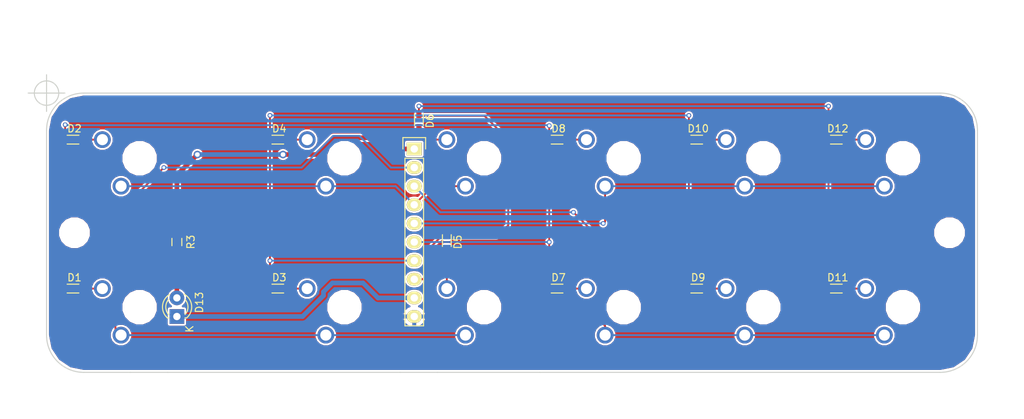
<source format=kicad_pcb>
(kicad_pcb (version 4) (host pcbnew 4.0.4-stable)

  (general
    (links 39)
    (no_connects 0)
    (area 19.05 12.7 158.750001 69.850001)
    (thickness 1.6)
    (drawings 14)
    (tracks 130)
    (zones 0)
    (modules 29)
    (nets 24)
  )

  (page A4)
  (layers
    (0 F.Cu signal)
    (31 B.Cu signal)
    (32 B.Adhes user)
    (33 F.Adhes user)
    (34 B.Paste user)
    (35 F.Paste user)
    (36 B.SilkS user)
    (37 F.SilkS user)
    (38 B.Mask user)
    (39 F.Mask user)
    (40 Dwgs.User user)
    (41 Cmts.User user)
    (42 Eco1.User user)
    (43 Eco2.User user)
    (44 Edge.Cuts user)
    (45 Margin user)
    (46 B.CrtYd user)
    (47 F.CrtYd user)
    (48 B.Fab user)
    (49 F.Fab user)
  )

  (setup
    (last_trace_width 0.254)
    (trace_clearance 0.2032)
    (zone_clearance 0.254)
    (zone_45_only no)
    (trace_min 0.2)
    (segment_width 0.2)
    (edge_width 0.15)
    (via_size 0.635)
    (via_drill 0.381)
    (via_min_size 0.4)
    (via_min_drill 0.3)
    (uvia_size 0.254)
    (uvia_drill 0.1016)
    (uvias_allowed no)
    (uvia_min_size 0.2)
    (uvia_min_drill 0.1)
    (pcb_text_width 0.3)
    (pcb_text_size 1.5 1.5)
    (mod_edge_width 0.15)
    (mod_text_size 1 1)
    (mod_text_width 0.15)
    (pad_size 1.5 1.5)
    (pad_drill 0.8)
    (pad_to_mask_clearance 0.2)
    (aux_axis_origin 0 0)
    (visible_elements 7FFEFFFF)
    (pcbplotparams
      (layerselection 0x010fc_80000001)
      (usegerberextensions true)
      (excludeedgelayer true)
      (linewidth 0.100000)
      (plotframeref false)
      (viasonmask true)
      (mode 1)
      (useauxorigin true)
      (hpglpennumber 1)
      (hpglpenspeed 20)
      (hpglpendiameter 15)
      (hpglpenoverlay 2)
      (psnegative false)
      (psa4output false)
      (plotreference true)
      (plotvalue false)
      (plotinvisibletext false)
      (padsonsilk false)
      (subtractmaskfromsilk true)
      (outputformat 1)
      (mirror false)
      (drillshape 0)
      (scaleselection 1)
      (outputdirectory grb))
  )

  (net 0 "")
  (net 1 "Net-(D1-Pad2)")
  (net 2 "Net-(D2-Pad2)")
  (net 3 "Net-(D3-Pad2)")
  (net 4 "Net-(D4-Pad2)")
  (net 5 "Net-(D5-Pad2)")
  (net 6 "Net-(D6-Pad2)")
  (net 7 "Net-(D7-Pad2)")
  (net 8 "Net-(D8-Pad2)")
  (net 9 "Net-(D9-Pad2)")
  (net 10 "Net-(D10-Pad2)")
  (net 11 "Net-(D11-Pad2)")
  (net 12 "Net-(D12-Pad2)")
  (net 13 "Net-(D13-Pad2)")
  (net 14 +3V3)
  (net 15 GND)
  (net 16 /kR1)
  (net 17 /kR2)
  (net 18 /kLED_MACRO)
  (net 19 /kC3)
  (net 20 /kC1)
  (net 21 /kC0)
  (net 22 /kR0)
  (net 23 /kC2)

  (net_class Default "This is the default net class."
    (clearance 0.2032)
    (trace_width 0.254)
    (via_dia 0.635)
    (via_drill 0.381)
    (uvia_dia 0.254)
    (uvia_drill 0.1016)
    (add_net /kC0)
    (add_net /kC1)
    (add_net /kC2)
    (add_net /kC3)
    (add_net /kR0)
    (add_net /kR1)
    (add_net /kR2)
    (add_net "Net-(D1-Pad2)")
    (add_net "Net-(D10-Pad2)")
    (add_net "Net-(D11-Pad2)")
    (add_net "Net-(D12-Pad2)")
    (add_net "Net-(D2-Pad2)")
    (add_net "Net-(D3-Pad2)")
    (add_net "Net-(D4-Pad2)")
    (add_net "Net-(D5-Pad2)")
    (add_net "Net-(D6-Pad2)")
    (add_net "Net-(D7-Pad2)")
    (add_net "Net-(D8-Pad2)")
    (add_net "Net-(D9-Pad2)")
  )

  (net_class Power ""
    (clearance 0.254)
    (trace_width 0.635)
    (via_dia 1.016)
    (via_drill 0.635)
    (uvia_dia 0.254)
    (uvia_drill 0.1016)
    (add_net +3V3)
    (add_net /kLED_MACRO)
    (add_net GND)
    (add_net "Net-(D13-Pad2)")
  )

  (module Mounting_Holes:MountingHole_3.7mm (layer F.Cu) (tedit 586930C5) (tstamp 586930BF)
    (at 148.59 44.45)
    (descr "Mounting Hole 3.7mm, no annular")
    (tags "mounting hole 3.7mm no annular")
    (fp_text reference REF** (at 0 -4.7) (layer F.SilkS) hide
      (effects (font (size 1 1) (thickness 0.15)))
    )
    (fp_text value MountingHole_3.7mm (at 0 4.7) (layer F.Fab)
      (effects (font (size 1 1) (thickness 0.15)))
    )
    (fp_circle (center 0 0) (end 3.7 0) (layer Cmts.User) (width 0.15))
    (fp_circle (center 0 0) (end 3.95 0) (layer F.CrtYd) (width 0.05))
    (pad 1 np_thru_hole circle (at 0 0) (size 3.7 3.7) (drill 3.7) (layers *.Cu *.Mask))
  )

  (module Pin_Headers:Pin_Header_Straight_1x10 (layer F.Cu) (tedit 5853459E) (tstamp 58533EAA)
    (at 75.565 33.02)
    (descr "Through hole pin header")
    (tags "pin header")
    (path /58536971)
    (fp_text reference P2 (at 0 -5.1) (layer F.SilkS) hide
      (effects (font (size 1 1) (thickness 0.15)))
    )
    (fp_text value CONN_01X10 (at 0 -3.1) (layer F.Fab)
      (effects (font (size 1 1) (thickness 0.15)))
    )
    (fp_line (start -1.75 -1.75) (end -1.75 24.65) (layer F.CrtYd) (width 0.05))
    (fp_line (start 1.75 -1.75) (end 1.75 24.65) (layer F.CrtYd) (width 0.05))
    (fp_line (start -1.75 -1.75) (end 1.75 -1.75) (layer F.CrtYd) (width 0.05))
    (fp_line (start -1.75 24.65) (end 1.75 24.65) (layer F.CrtYd) (width 0.05))
    (fp_line (start 1.27 1.27) (end 1.27 24.13) (layer F.SilkS) (width 0.15))
    (fp_line (start 1.27 24.13) (end -1.27 24.13) (layer F.SilkS) (width 0.15))
    (fp_line (start -1.27 24.13) (end -1.27 1.27) (layer F.SilkS) (width 0.15))
    (fp_line (start 1.55 -1.55) (end 1.55 0) (layer F.SilkS) (width 0.15))
    (fp_line (start 1.27 1.27) (end -1.27 1.27) (layer F.SilkS) (width 0.15))
    (fp_line (start -1.55 0) (end -1.55 -1.55) (layer F.SilkS) (width 0.15))
    (fp_line (start -1.55 -1.55) (end 1.55 -1.55) (layer F.SilkS) (width 0.15))
    (pad 1 thru_hole rect (at 0 0) (size 2.032 1.7272) (drill 1.016) (layers *.Cu *.Mask F.SilkS)
      (net 14 +3V3))
    (pad 2 thru_hole oval (at 0 2.54) (size 2.032 1.7272) (drill 1.016) (layers *.Cu *.Mask F.SilkS)
      (net 21 /kC0))
    (pad 3 thru_hole oval (at 0 5.08) (size 2.032 1.7272) (drill 1.016) (layers *.Cu *.Mask F.SilkS)
      (net 20 /kC1))
    (pad 4 thru_hole oval (at 0 7.62) (size 2.032 1.7272) (drill 1.016) (layers *.Cu *.Mask F.SilkS)
      (net 23 /kC2))
    (pad 5 thru_hole oval (at 0 10.16) (size 2.032 1.7272) (drill 1.016) (layers *.Cu *.Mask F.SilkS)
      (net 19 /kC3))
    (pad 6 thru_hole oval (at 0 12.7) (size 2.032 1.7272) (drill 1.016) (layers *.Cu *.Mask F.SilkS)
      (net 22 /kR0))
    (pad 7 thru_hole oval (at 0 15.24) (size 2.032 1.7272) (drill 1.016) (layers *.Cu *.Mask F.SilkS)
      (net 16 /kR1))
    (pad 8 thru_hole oval (at 0 17.78) (size 2.032 1.7272) (drill 1.016) (layers *.Cu *.Mask F.SilkS)
      (net 17 /kR2))
    (pad 9 thru_hole oval (at 0 20.32) (size 2.032 1.7272) (drill 1.016) (layers *.Cu *.Mask F.SilkS)
      (net 18 /kLED_MACRO))
    (pad 10 thru_hole oval (at 0 22.86) (size 2.032 1.7272) (drill 1.016) (layers *.Cu *.Mask F.SilkS)
      (net 15 GND))
    (model Pin_Headers.3dshapes/Pin_Header_Straight_1x10.wrl
      (at (xyz 0 -0.45 0))
      (scale (xyz 1 1 1))
      (rotate (xyz 0 0 90))
    )
  )

  (module Resistors_SMD:R_0603_HandSoldering (layer F.Cu) (tedit 5418A00F) (tstamp 58533ECE)
    (at 43.18 45.72 270)
    (descr "Resistor SMD 0603, hand soldering")
    (tags "resistor 0603")
    (path /58535D93)
    (attr smd)
    (fp_text reference R3 (at 0 -1.9 270) (layer F.SilkS)
      (effects (font (size 1 1) (thickness 0.15)))
    )
    (fp_text value 330 (at 0 1.9 270) (layer F.Fab)
      (effects (font (size 1 1) (thickness 0.15)))
    )
    (fp_line (start -2 -0.8) (end 2 -0.8) (layer F.CrtYd) (width 0.05))
    (fp_line (start -2 0.8) (end 2 0.8) (layer F.CrtYd) (width 0.05))
    (fp_line (start -2 -0.8) (end -2 0.8) (layer F.CrtYd) (width 0.05))
    (fp_line (start 2 -0.8) (end 2 0.8) (layer F.CrtYd) (width 0.05))
    (fp_line (start 0.5 0.675) (end -0.5 0.675) (layer F.SilkS) (width 0.15))
    (fp_line (start -0.5 -0.675) (end 0.5 -0.675) (layer F.SilkS) (width 0.15))
    (pad 1 smd rect (at -1.1 0 270) (size 1.2 0.9) (layers F.Cu F.Paste F.Mask)
      (net 14 +3V3))
    (pad 2 smd rect (at 1.1 0 270) (size 1.2 0.9) (layers F.Cu F.Paste F.Mask)
      (net 13 "Net-(D13-Pad2)"))
    (model Resistors_SMD.3dshapes/R_0603_HandSoldering.wrl
      (at (xyz 0 0 0))
      (scale (xyz 1 1 1))
      (rotate (xyz 0 0 0))
    )
  )

  (module components:CHERRY_MX (layer F.Cu) (tedit 58655890) (tstamp 58533EDB)
    (at 38.1 54.61 90)
    (path /58533B02)
    (fp_text reference SW1 (at 5.08 7.62 90) (layer F.SilkS) hide
      (effects (font (size 1 1) (thickness 0.15)))
    )
    (fp_text value SW_PUSH_SMALL_H (at 0 -7.62 90) (layer F.Fab)
      (effects (font (size 1 1) (thickness 0.15)))
    )
    (fp_circle (center 1.27 5.08) (end 0 5.08) (layer F.CrtYd) (width 0.1))
    (fp_circle (center -1.27 5.08) (end -2.54 5.08) (layer F.CrtYd) (width 0.1))
    (fp_line (start -6.35 -6.858) (end 6.35 -6.858) (layer F.CrtYd) (width 0.1))
    (fp_line (start 6.35 -6.858) (end 6.35 6.858) (layer F.CrtYd) (width 0.1))
    (fp_line (start 6.35 6.858) (end -6.35 6.858) (layer F.CrtYd) (width 0.1))
    (fp_line (start -6.35 6.858) (end -6.35 -6.858) (layer F.CrtYd) (width 0.1))
    (pad "" np_thru_hole circle (at 0 0 90) (size 4.191 4.191) (drill 4.191) (layers *.Cu *.Adhes))
    (pad 1 thru_hole circle (at -3.81 -2.54 90) (size 2.286 2.286) (drill 1.524) (layers *.Cu *.Mask)
      (net 21 /kC0))
    (pad 2 thru_hole circle (at 2.54 -5.08 90) (size 2.286 2.286) (drill 1.524) (layers *.Cu *.Mask)
      (net 1 "Net-(D1-Pad2)"))
  )

  (module components:CHERRY_MX (layer F.Cu) (tedit 5865588D) (tstamp 58533EE8)
    (at 38.1 34.29 90)
    (path /58534A1C)
    (fp_text reference SW2 (at 5.08 7.62 90) (layer F.SilkS) hide
      (effects (font (size 1 1) (thickness 0.15)))
    )
    (fp_text value SW_PUSH_SMALL_H (at 0 -7.62 90) (layer F.Fab)
      (effects (font (size 1 1) (thickness 0.15)))
    )
    (fp_circle (center 1.27 5.08) (end 0 5.08) (layer F.CrtYd) (width 0.1))
    (fp_circle (center -1.27 5.08) (end -2.54 5.08) (layer F.CrtYd) (width 0.1))
    (fp_line (start -6.35 -6.858) (end 6.35 -6.858) (layer F.CrtYd) (width 0.1))
    (fp_line (start 6.35 -6.858) (end 6.35 6.858) (layer F.CrtYd) (width 0.1))
    (fp_line (start 6.35 6.858) (end -6.35 6.858) (layer F.CrtYd) (width 0.1))
    (fp_line (start -6.35 6.858) (end -6.35 -6.858) (layer F.CrtYd) (width 0.1))
    (pad "" np_thru_hole circle (at 0 0 90) (size 4.191 4.191) (drill 4.191) (layers *.Cu *.Adhes))
    (pad 1 thru_hole circle (at -3.81 -2.54 90) (size 2.286 2.286) (drill 1.524) (layers *.Cu *.Mask)
      (net 23 /kC2))
    (pad 2 thru_hole circle (at 2.54 -5.08 90) (size 2.286 2.286) (drill 1.524) (layers *.Cu *.Mask)
      (net 2 "Net-(D2-Pad2)"))
  )

  (module components:CHERRY_MX (layer F.Cu) (tedit 58655892) (tstamp 58533EF5)
    (at 66.04 54.61 90)
    (path /58533CF5)
    (fp_text reference SW3 (at 5.08 7.62 90) (layer F.SilkS) hide
      (effects (font (size 1 1) (thickness 0.15)))
    )
    (fp_text value SW_PUSH_SMALL_H (at 0 -7.62 90) (layer F.Fab)
      (effects (font (size 1 1) (thickness 0.15)))
    )
    (fp_circle (center 1.27 5.08) (end 0 5.08) (layer F.CrtYd) (width 0.1))
    (fp_circle (center -1.27 5.08) (end -2.54 5.08) (layer F.CrtYd) (width 0.1))
    (fp_line (start -6.35 -6.858) (end 6.35 -6.858) (layer F.CrtYd) (width 0.1))
    (fp_line (start 6.35 -6.858) (end 6.35 6.858) (layer F.CrtYd) (width 0.1))
    (fp_line (start 6.35 6.858) (end -6.35 6.858) (layer F.CrtYd) (width 0.1))
    (fp_line (start -6.35 6.858) (end -6.35 -6.858) (layer F.CrtYd) (width 0.1))
    (pad "" np_thru_hole circle (at 0 0 90) (size 4.191 4.191) (drill 4.191) (layers *.Cu *.Adhes))
    (pad 1 thru_hole circle (at -3.81 -2.54 90) (size 2.286 2.286) (drill 1.524) (layers *.Cu *.Mask)
      (net 21 /kC0))
    (pad 2 thru_hole circle (at 2.54 -5.08 90) (size 2.286 2.286) (drill 1.524) (layers *.Cu *.Mask)
      (net 3 "Net-(D3-Pad2)"))
  )

  (module components:CHERRY_MX (layer F.Cu) (tedit 58655895) (tstamp 58533F02)
    (at 66.04 34.29 90)
    (path /58534A28)
    (fp_text reference SW4 (at 5.08 7.62 90) (layer F.SilkS) hide
      (effects (font (size 1 1) (thickness 0.15)))
    )
    (fp_text value SW_PUSH_SMALL_H (at 0 -7.62 90) (layer F.Fab)
      (effects (font (size 1 1) (thickness 0.15)))
    )
    (fp_circle (center 1.27 5.08) (end 0 5.08) (layer F.CrtYd) (width 0.1))
    (fp_circle (center -1.27 5.08) (end -2.54 5.08) (layer F.CrtYd) (width 0.1))
    (fp_line (start -6.35 -6.858) (end 6.35 -6.858) (layer F.CrtYd) (width 0.1))
    (fp_line (start 6.35 -6.858) (end 6.35 6.858) (layer F.CrtYd) (width 0.1))
    (fp_line (start 6.35 6.858) (end -6.35 6.858) (layer F.CrtYd) (width 0.1))
    (fp_line (start -6.35 6.858) (end -6.35 -6.858) (layer F.CrtYd) (width 0.1))
    (pad "" np_thru_hole circle (at 0 0 90) (size 4.191 4.191) (drill 4.191) (layers *.Cu *.Adhes))
    (pad 1 thru_hole circle (at -3.81 -2.54 90) (size 2.286 2.286) (drill 1.524) (layers *.Cu *.Mask)
      (net 23 /kC2))
    (pad 2 thru_hole circle (at 2.54 -5.08 90) (size 2.286 2.286) (drill 1.524) (layers *.Cu *.Mask)
      (net 4 "Net-(D4-Pad2)"))
  )

  (module components:CHERRY_MX (layer F.Cu) (tedit 5865589B) (tstamp 58533F0F)
    (at 85.09 54.61 90)
    (path /58533DA0)
    (fp_text reference SW5 (at 5.08 7.62 90) (layer F.SilkS) hide
      (effects (font (size 1 1) (thickness 0.15)))
    )
    (fp_text value SW_PUSH_SMALL_H (at 0 -7.62 90) (layer F.Fab)
      (effects (font (size 1 1) (thickness 0.15)))
    )
    (fp_circle (center 1.27 5.08) (end 0 5.08) (layer F.CrtYd) (width 0.1))
    (fp_circle (center -1.27 5.08) (end -2.54 5.08) (layer F.CrtYd) (width 0.1))
    (fp_line (start -6.35 -6.858) (end 6.35 -6.858) (layer F.CrtYd) (width 0.1))
    (fp_line (start 6.35 -6.858) (end 6.35 6.858) (layer F.CrtYd) (width 0.1))
    (fp_line (start 6.35 6.858) (end -6.35 6.858) (layer F.CrtYd) (width 0.1))
    (fp_line (start -6.35 6.858) (end -6.35 -6.858) (layer F.CrtYd) (width 0.1))
    (pad "" np_thru_hole circle (at 0 0 90) (size 4.191 4.191) (drill 4.191) (layers *.Cu *.Adhes))
    (pad 1 thru_hole circle (at -3.81 -2.54 90) (size 2.286 2.286) (drill 1.524) (layers *.Cu *.Mask)
      (net 21 /kC0))
    (pad 2 thru_hole circle (at 2.54 -5.08 90) (size 2.286 2.286) (drill 1.524) (layers *.Cu *.Mask)
      (net 5 "Net-(D5-Pad2)"))
  )

  (module components:CHERRY_MX (layer F.Cu) (tedit 58655898) (tstamp 58533F1C)
    (at 85.09 34.29 90)
    (path /58534A34)
    (fp_text reference SW6 (at 5.08 7.62 90) (layer F.SilkS) hide
      (effects (font (size 1 1) (thickness 0.15)))
    )
    (fp_text value SW_PUSH_SMALL_H (at 0 -7.62 90) (layer F.Fab)
      (effects (font (size 1 1) (thickness 0.15)))
    )
    (fp_circle (center 1.27 5.08) (end 0 5.08) (layer F.CrtYd) (width 0.1))
    (fp_circle (center -1.27 5.08) (end -2.54 5.08) (layer F.CrtYd) (width 0.1))
    (fp_line (start -6.35 -6.858) (end 6.35 -6.858) (layer F.CrtYd) (width 0.1))
    (fp_line (start 6.35 -6.858) (end 6.35 6.858) (layer F.CrtYd) (width 0.1))
    (fp_line (start 6.35 6.858) (end -6.35 6.858) (layer F.CrtYd) (width 0.1))
    (fp_line (start -6.35 6.858) (end -6.35 -6.858) (layer F.CrtYd) (width 0.1))
    (pad "" np_thru_hole circle (at 0 0 90) (size 4.191 4.191) (drill 4.191) (layers *.Cu *.Adhes))
    (pad 1 thru_hole circle (at -3.81 -2.54 90) (size 2.286 2.286) (drill 1.524) (layers *.Cu *.Mask)
      (net 23 /kC2))
    (pad 2 thru_hole circle (at 2.54 -5.08 90) (size 2.286 2.286) (drill 1.524) (layers *.Cu *.Mask)
      (net 6 "Net-(D6-Pad2)"))
  )

  (module components:CHERRY_MX (layer F.Cu) (tedit 586558A3) (tstamp 58533F29)
    (at 104.14 54.61 90)
    (path /58533F42)
    (fp_text reference SW7 (at 5.08 7.62 90) (layer F.SilkS) hide
      (effects (font (size 1 1) (thickness 0.15)))
    )
    (fp_text value SW_PUSH_SMALL_H (at 0 -7.62 90) (layer F.Fab)
      (effects (font (size 1 1) (thickness 0.15)))
    )
    (fp_circle (center 1.27 5.08) (end 0 5.08) (layer F.CrtYd) (width 0.1))
    (fp_circle (center -1.27 5.08) (end -2.54 5.08) (layer F.CrtYd) (width 0.1))
    (fp_line (start -6.35 -6.858) (end 6.35 -6.858) (layer F.CrtYd) (width 0.1))
    (fp_line (start 6.35 -6.858) (end 6.35 6.858) (layer F.CrtYd) (width 0.1))
    (fp_line (start 6.35 6.858) (end -6.35 6.858) (layer F.CrtYd) (width 0.1))
    (fp_line (start -6.35 6.858) (end -6.35 -6.858) (layer F.CrtYd) (width 0.1))
    (pad "" np_thru_hole circle (at 0 0 90) (size 4.191 4.191) (drill 4.191) (layers *.Cu *.Adhes))
    (pad 1 thru_hole circle (at -3.81 -2.54 90) (size 2.286 2.286) (drill 1.524) (layers *.Cu *.Mask)
      (net 20 /kC1))
    (pad 2 thru_hole circle (at 2.54 -5.08 90) (size 2.286 2.286) (drill 1.524) (layers *.Cu *.Mask)
      (net 7 "Net-(D7-Pad2)"))
  )

  (module components:CHERRY_MX (layer F.Cu) (tedit 586558A1) (tstamp 58533F36)
    (at 104.14 34.29 90)
    (path /58534A40)
    (fp_text reference SW8 (at 5.08 7.62 90) (layer F.SilkS) hide
      (effects (font (size 1 1) (thickness 0.15)))
    )
    (fp_text value SW_PUSH_SMALL_H (at 0 -7.62 90) (layer F.Fab)
      (effects (font (size 1 1) (thickness 0.15)))
    )
    (fp_circle (center 1.27 5.08) (end 0 5.08) (layer F.CrtYd) (width 0.1))
    (fp_circle (center -1.27 5.08) (end -2.54 5.08) (layer F.CrtYd) (width 0.1))
    (fp_line (start -6.35 -6.858) (end 6.35 -6.858) (layer F.CrtYd) (width 0.1))
    (fp_line (start 6.35 -6.858) (end 6.35 6.858) (layer F.CrtYd) (width 0.1))
    (fp_line (start 6.35 6.858) (end -6.35 6.858) (layer F.CrtYd) (width 0.1))
    (fp_line (start -6.35 6.858) (end -6.35 -6.858) (layer F.CrtYd) (width 0.1))
    (pad "" np_thru_hole circle (at 0 0 90) (size 4.191 4.191) (drill 4.191) (layers *.Cu *.Adhes))
    (pad 1 thru_hole circle (at -3.81 -2.54 90) (size 2.286 2.286) (drill 1.524) (layers *.Cu *.Mask)
      (net 19 /kC3))
    (pad 2 thru_hole circle (at 2.54 -5.08 90) (size 2.286 2.286) (drill 1.524) (layers *.Cu *.Mask)
      (net 8 "Net-(D8-Pad2)"))
  )

  (module components:CHERRY_MX (layer F.Cu) (tedit 586558A6) (tstamp 58533F43)
    (at 123.19 54.61 90)
    (path /58533F51)
    (fp_text reference SW9 (at 5.08 7.62 90) (layer F.SilkS) hide
      (effects (font (size 1 1) (thickness 0.15)))
    )
    (fp_text value SW_PUSH_SMALL_H (at 0 -7.62 90) (layer F.Fab)
      (effects (font (size 1 1) (thickness 0.15)))
    )
    (fp_circle (center 1.27 5.08) (end 0 5.08) (layer F.CrtYd) (width 0.1))
    (fp_circle (center -1.27 5.08) (end -2.54 5.08) (layer F.CrtYd) (width 0.1))
    (fp_line (start -6.35 -6.858) (end 6.35 -6.858) (layer F.CrtYd) (width 0.1))
    (fp_line (start 6.35 -6.858) (end 6.35 6.858) (layer F.CrtYd) (width 0.1))
    (fp_line (start 6.35 6.858) (end -6.35 6.858) (layer F.CrtYd) (width 0.1))
    (fp_line (start -6.35 6.858) (end -6.35 -6.858) (layer F.CrtYd) (width 0.1))
    (pad "" np_thru_hole circle (at 0 0 90) (size 4.191 4.191) (drill 4.191) (layers *.Cu *.Adhes))
    (pad 1 thru_hole circle (at -3.81 -2.54 90) (size 2.286 2.286) (drill 1.524) (layers *.Cu *.Mask)
      (net 20 /kC1))
    (pad 2 thru_hole circle (at 2.54 -5.08 90) (size 2.286 2.286) (drill 1.524) (layers *.Cu *.Mask)
      (net 9 "Net-(D9-Pad2)"))
  )

  (module components:CHERRY_MX (layer F.Cu) (tedit 586558A8) (tstamp 58533F50)
    (at 123.19 34.29 90)
    (path /58534A4C)
    (fp_text reference SW10 (at 5.08 7.62 90) (layer F.SilkS) hide
      (effects (font (size 1 1) (thickness 0.15)))
    )
    (fp_text value SW_PUSH_SMALL_H (at 0 -7.62 90) (layer F.Fab)
      (effects (font (size 1 1) (thickness 0.15)))
    )
    (fp_circle (center 1.27 5.08) (end 0 5.08) (layer F.CrtYd) (width 0.1))
    (fp_circle (center -1.27 5.08) (end -2.54 5.08) (layer F.CrtYd) (width 0.1))
    (fp_line (start -6.35 -6.858) (end 6.35 -6.858) (layer F.CrtYd) (width 0.1))
    (fp_line (start 6.35 -6.858) (end 6.35 6.858) (layer F.CrtYd) (width 0.1))
    (fp_line (start 6.35 6.858) (end -6.35 6.858) (layer F.CrtYd) (width 0.1))
    (fp_line (start -6.35 6.858) (end -6.35 -6.858) (layer F.CrtYd) (width 0.1))
    (pad "" np_thru_hole circle (at 0 0 90) (size 4.191 4.191) (drill 4.191) (layers *.Cu *.Adhes))
    (pad 1 thru_hole circle (at -3.81 -2.54 90) (size 2.286 2.286) (drill 1.524) (layers *.Cu *.Mask)
      (net 19 /kC3))
    (pad 2 thru_hole circle (at 2.54 -5.08 90) (size 2.286 2.286) (drill 1.524) (layers *.Cu *.Mask)
      (net 10 "Net-(D10-Pad2)"))
  )

  (module components:CHERRY_MX (layer F.Cu) (tedit 586558AE) (tstamp 58533F5D)
    (at 142.24 54.61 90)
    (path /58533F60)
    (fp_text reference SW11 (at 5.08 7.62 90) (layer F.SilkS) hide
      (effects (font (size 1 1) (thickness 0.15)))
    )
    (fp_text value SW_PUSH_SMALL_H (at 0 -7.62 90) (layer F.Fab)
      (effects (font (size 1 1) (thickness 0.15)))
    )
    (fp_circle (center 1.27 5.08) (end 0 5.08) (layer F.CrtYd) (width 0.1))
    (fp_circle (center -1.27 5.08) (end -2.54 5.08) (layer F.CrtYd) (width 0.1))
    (fp_line (start -6.35 -6.858) (end 6.35 -6.858) (layer F.CrtYd) (width 0.1))
    (fp_line (start 6.35 -6.858) (end 6.35 6.858) (layer F.CrtYd) (width 0.1))
    (fp_line (start 6.35 6.858) (end -6.35 6.858) (layer F.CrtYd) (width 0.1))
    (fp_line (start -6.35 6.858) (end -6.35 -6.858) (layer F.CrtYd) (width 0.1))
    (pad "" np_thru_hole circle (at 0 0 90) (size 4.191 4.191) (drill 4.191) (layers *.Cu *.Adhes))
    (pad 1 thru_hole circle (at -3.81 -2.54 90) (size 2.286 2.286) (drill 1.524) (layers *.Cu *.Mask)
      (net 20 /kC1))
    (pad 2 thru_hole circle (at 2.54 -5.08 90) (size 2.286 2.286) (drill 1.524) (layers *.Cu *.Mask)
      (net 11 "Net-(D11-Pad2)"))
  )

  (module components:CHERRY_MX (layer F.Cu) (tedit 586558AB) (tstamp 58533F6A)
    (at 142.24 34.29 90)
    (path /58534A58)
    (fp_text reference SW12 (at 5.08 7.62 90) (layer F.SilkS) hide
      (effects (font (size 1 1) (thickness 0.15)))
    )
    (fp_text value SW_PUSH_SMALL_H (at 0 -7.62 90) (layer F.Fab)
      (effects (font (size 1 1) (thickness 0.15)))
    )
    (fp_circle (center 1.27 5.08) (end 0 5.08) (layer F.CrtYd) (width 0.1))
    (fp_circle (center -1.27 5.08) (end -2.54 5.08) (layer F.CrtYd) (width 0.1))
    (fp_line (start -6.35 -6.858) (end 6.35 -6.858) (layer F.CrtYd) (width 0.1))
    (fp_line (start 6.35 -6.858) (end 6.35 6.858) (layer F.CrtYd) (width 0.1))
    (fp_line (start 6.35 6.858) (end -6.35 6.858) (layer F.CrtYd) (width 0.1))
    (fp_line (start -6.35 6.858) (end -6.35 -6.858) (layer F.CrtYd) (width 0.1))
    (pad "" np_thru_hole circle (at 0 0 90) (size 4.191 4.191) (drill 4.191) (layers *.Cu *.Adhes))
    (pad 1 thru_hole circle (at -3.81 -2.54 90) (size 2.286 2.286) (drill 1.524) (layers *.Cu *.Mask)
      (net 19 /kC3))
    (pad 2 thru_hole circle (at 2.54 -5.08 90) (size 2.286 2.286) (drill 1.524) (layers *.Cu *.Mask)
      (net 12 "Net-(D12-Pad2)"))
  )

  (module LEDs:LED-3MM (layer F.Cu) (tedit 559B82F6) (tstamp 58542DF2)
    (at 43.18 55.88 90)
    (descr "LED 3mm round vertical")
    (tags "LED  3mm round vertical")
    (path /58535A58)
    (fp_text reference D13 (at 1.91 3.06 90) (layer F.SilkS)
      (effects (font (size 1 1) (thickness 0.15)))
    )
    (fp_text value LED (at 1.3 -2.9 90) (layer F.Fab)
      (effects (font (size 1 1) (thickness 0.15)))
    )
    (fp_line (start -1.2 2.3) (end 3.8 2.3) (layer F.CrtYd) (width 0.05))
    (fp_line (start 3.8 2.3) (end 3.8 -2.2) (layer F.CrtYd) (width 0.05))
    (fp_line (start 3.8 -2.2) (end -1.2 -2.2) (layer F.CrtYd) (width 0.05))
    (fp_line (start -1.2 -2.2) (end -1.2 2.3) (layer F.CrtYd) (width 0.05))
    (fp_line (start -0.199 1.314) (end -0.199 1.114) (layer F.SilkS) (width 0.15))
    (fp_line (start -0.199 -1.28) (end -0.199 -1.1) (layer F.SilkS) (width 0.15))
    (fp_arc (start 1.301 0.034) (end -0.199 -1.286) (angle 108.5) (layer F.SilkS) (width 0.15))
    (fp_arc (start 1.301 0.034) (end 0.25 -1.1) (angle 85.7) (layer F.SilkS) (width 0.15))
    (fp_arc (start 1.311 0.034) (end 3.051 0.994) (angle 110) (layer F.SilkS) (width 0.15))
    (fp_arc (start 1.301 0.034) (end 2.335 1.094) (angle 87.5) (layer F.SilkS) (width 0.15))
    (fp_text user K (at -1.69 1.74 90) (layer F.SilkS)
      (effects (font (size 1 1) (thickness 0.15)))
    )
    (pad 1 thru_hole rect (at 0 0 180) (size 2 2) (drill 1.00076) (layers *.Cu *.Mask)
      (net 18 /kLED_MACRO))
    (pad 2 thru_hole circle (at 2.54 0 90) (size 2 2) (drill 1.00076) (layers *.Cu *.Mask)
      (net 13 "Net-(D13-Pad2)"))
    (model LEDs.3dshapes/LED-3MM.wrl
      (at (xyz 0.05 0 0))
      (scale (xyz 1 1 1))
      (rotate (xyz 0 0 90))
    )
  )

  (module components:SOD-523-handsoldering (layer F.Cu) (tedit 586552AA) (tstamp 58655FF0)
    (at 29.21 52.07)
    (descr "http://www.diodes.com/datasheets/ap02001.pdf p.144")
    (tags "Diode SOD523")
    (path /58533AA7)
    (attr smd)
    (fp_text reference D1 (at 0 -1.5) (layer F.SilkS)
      (effects (font (size 1 1) (thickness 0.15)))
    )
    (fp_text value D (at 0 1.7) (layer F.Fab)
      (effects (font (size 1 1) (thickness 0.15)))
    )
    (fp_line (start 1.25 -0.75) (end 1.25 0.75) (layer F.CrtYd) (width 0.05))
    (fp_line (start -1.25 -0.75) (end 1.25 -0.75) (layer F.CrtYd) (width 0.05))
    (fp_line (start -1.25 0.75) (end -1.25 -0.75) (layer F.CrtYd) (width 0.05))
    (fp_line (start 1.25 0.75) (end -1.25 0.75) (layer F.CrtYd) (width 0.05))
    (fp_line (start 0.1 0) (end 0.25 0) (layer F.Fab) (width 0.15))
    (fp_line (start 0.1 -0.2) (end -0.2 0) (layer F.Fab) (width 0.15))
    (fp_line (start 0.1 0.2) (end 0.1 -0.2) (layer F.Fab) (width 0.15))
    (fp_line (start -0.2 0) (end 0.1 0.2) (layer F.Fab) (width 0.15))
    (fp_line (start -0.2 0) (end -0.35 0) (layer F.Fab) (width 0.15))
    (fp_line (start -0.2 0.2) (end -0.2 -0.2) (layer F.Fab) (width 0.15))
    (fp_line (start 0.6 -0.4) (end 0.6 0.4) (layer F.Fab) (width 0.15))
    (fp_line (start -0.6 -0.4) (end 0.6 -0.4) (layer F.Fab) (width 0.15))
    (fp_line (start -0.6 0.4) (end -0.6 -0.4) (layer F.Fab) (width 0.15))
    (fp_line (start 0.6 0.4) (end -0.6 0.4) (layer F.Fab) (width 0.15))
    (fp_line (start 0.6 -0.6) (end -1 -0.6) (layer F.SilkS) (width 0.15))
    (fp_line (start 0.6 0.6) (end -1 0.6) (layer F.SilkS) (width 0.15))
    (pad 2 smd rect (at 0.9 0 180) (size 1 0.7) (layers F.Cu F.Paste F.Mask)
      (net 1 "Net-(D1-Pad2)"))
    (pad 1 smd rect (at -0.9 0 180) (size 1 0.7) (layers F.Cu F.Paste F.Mask)
      (net 22 /kR0))
  )

  (module components:SOD-523-handsoldering (layer F.Cu) (tedit 586552AA) (tstamp 58656005)
    (at 29.21 31.75)
    (descr "http://www.diodes.com/datasheets/ap02001.pdf p.144")
    (tags "Diode SOD523")
    (path /58534A16)
    (attr smd)
    (fp_text reference D2 (at 0 -1.5) (layer F.SilkS)
      (effects (font (size 1 1) (thickness 0.15)))
    )
    (fp_text value D (at 0 1.7) (layer F.Fab)
      (effects (font (size 1 1) (thickness 0.15)))
    )
    (fp_line (start 1.25 -0.75) (end 1.25 0.75) (layer F.CrtYd) (width 0.05))
    (fp_line (start -1.25 -0.75) (end 1.25 -0.75) (layer F.CrtYd) (width 0.05))
    (fp_line (start -1.25 0.75) (end -1.25 -0.75) (layer F.CrtYd) (width 0.05))
    (fp_line (start 1.25 0.75) (end -1.25 0.75) (layer F.CrtYd) (width 0.05))
    (fp_line (start 0.1 0) (end 0.25 0) (layer F.Fab) (width 0.15))
    (fp_line (start 0.1 -0.2) (end -0.2 0) (layer F.Fab) (width 0.15))
    (fp_line (start 0.1 0.2) (end 0.1 -0.2) (layer F.Fab) (width 0.15))
    (fp_line (start -0.2 0) (end 0.1 0.2) (layer F.Fab) (width 0.15))
    (fp_line (start -0.2 0) (end -0.35 0) (layer F.Fab) (width 0.15))
    (fp_line (start -0.2 0.2) (end -0.2 -0.2) (layer F.Fab) (width 0.15))
    (fp_line (start 0.6 -0.4) (end 0.6 0.4) (layer F.Fab) (width 0.15))
    (fp_line (start -0.6 -0.4) (end 0.6 -0.4) (layer F.Fab) (width 0.15))
    (fp_line (start -0.6 0.4) (end -0.6 -0.4) (layer F.Fab) (width 0.15))
    (fp_line (start 0.6 0.4) (end -0.6 0.4) (layer F.Fab) (width 0.15))
    (fp_line (start 0.6 -0.6) (end -1 -0.6) (layer F.SilkS) (width 0.15))
    (fp_line (start 0.6 0.6) (end -1 0.6) (layer F.SilkS) (width 0.15))
    (pad 2 smd rect (at 0.9 0 180) (size 1 0.7) (layers F.Cu F.Paste F.Mask)
      (net 2 "Net-(D2-Pad2)"))
    (pad 1 smd rect (at -0.9 0 180) (size 1 0.7) (layers F.Cu F.Paste F.Mask)
      (net 22 /kR0))
  )

  (module components:SOD-523-handsoldering (layer F.Cu) (tedit 586552AA) (tstamp 5865601A)
    (at 57.15 52.07)
    (descr "http://www.diodes.com/datasheets/ap02001.pdf p.144")
    (tags "Diode SOD523")
    (path /58533CEF)
    (attr smd)
    (fp_text reference D3 (at 0 -1.5) (layer F.SilkS)
      (effects (font (size 1 1) (thickness 0.15)))
    )
    (fp_text value D (at 0 1.7) (layer F.Fab)
      (effects (font (size 1 1) (thickness 0.15)))
    )
    (fp_line (start 1.25 -0.75) (end 1.25 0.75) (layer F.CrtYd) (width 0.05))
    (fp_line (start -1.25 -0.75) (end 1.25 -0.75) (layer F.CrtYd) (width 0.05))
    (fp_line (start -1.25 0.75) (end -1.25 -0.75) (layer F.CrtYd) (width 0.05))
    (fp_line (start 1.25 0.75) (end -1.25 0.75) (layer F.CrtYd) (width 0.05))
    (fp_line (start 0.1 0) (end 0.25 0) (layer F.Fab) (width 0.15))
    (fp_line (start 0.1 -0.2) (end -0.2 0) (layer F.Fab) (width 0.15))
    (fp_line (start 0.1 0.2) (end 0.1 -0.2) (layer F.Fab) (width 0.15))
    (fp_line (start -0.2 0) (end 0.1 0.2) (layer F.Fab) (width 0.15))
    (fp_line (start -0.2 0) (end -0.35 0) (layer F.Fab) (width 0.15))
    (fp_line (start -0.2 0.2) (end -0.2 -0.2) (layer F.Fab) (width 0.15))
    (fp_line (start 0.6 -0.4) (end 0.6 0.4) (layer F.Fab) (width 0.15))
    (fp_line (start -0.6 -0.4) (end 0.6 -0.4) (layer F.Fab) (width 0.15))
    (fp_line (start -0.6 0.4) (end -0.6 -0.4) (layer F.Fab) (width 0.15))
    (fp_line (start 0.6 0.4) (end -0.6 0.4) (layer F.Fab) (width 0.15))
    (fp_line (start 0.6 -0.6) (end -1 -0.6) (layer F.SilkS) (width 0.15))
    (fp_line (start 0.6 0.6) (end -1 0.6) (layer F.SilkS) (width 0.15))
    (pad 2 smd rect (at 0.9 0 180) (size 1 0.7) (layers F.Cu F.Paste F.Mask)
      (net 3 "Net-(D3-Pad2)"))
    (pad 1 smd rect (at -0.9 0 180) (size 1 0.7) (layers F.Cu F.Paste F.Mask)
      (net 16 /kR1))
  )

  (module components:SOD-523-handsoldering (layer F.Cu) (tedit 586552AA) (tstamp 5865602F)
    (at 57.15 31.75)
    (descr "http://www.diodes.com/datasheets/ap02001.pdf p.144")
    (tags "Diode SOD523")
    (path /58534A22)
    (attr smd)
    (fp_text reference D4 (at 0 -1.5) (layer F.SilkS)
      (effects (font (size 1 1) (thickness 0.15)))
    )
    (fp_text value D (at 0 1.7) (layer F.Fab)
      (effects (font (size 1 1) (thickness 0.15)))
    )
    (fp_line (start 1.25 -0.75) (end 1.25 0.75) (layer F.CrtYd) (width 0.05))
    (fp_line (start -1.25 -0.75) (end 1.25 -0.75) (layer F.CrtYd) (width 0.05))
    (fp_line (start -1.25 0.75) (end -1.25 -0.75) (layer F.CrtYd) (width 0.05))
    (fp_line (start 1.25 0.75) (end -1.25 0.75) (layer F.CrtYd) (width 0.05))
    (fp_line (start 0.1 0) (end 0.25 0) (layer F.Fab) (width 0.15))
    (fp_line (start 0.1 -0.2) (end -0.2 0) (layer F.Fab) (width 0.15))
    (fp_line (start 0.1 0.2) (end 0.1 -0.2) (layer F.Fab) (width 0.15))
    (fp_line (start -0.2 0) (end 0.1 0.2) (layer F.Fab) (width 0.15))
    (fp_line (start -0.2 0) (end -0.35 0) (layer F.Fab) (width 0.15))
    (fp_line (start -0.2 0.2) (end -0.2 -0.2) (layer F.Fab) (width 0.15))
    (fp_line (start 0.6 -0.4) (end 0.6 0.4) (layer F.Fab) (width 0.15))
    (fp_line (start -0.6 -0.4) (end 0.6 -0.4) (layer F.Fab) (width 0.15))
    (fp_line (start -0.6 0.4) (end -0.6 -0.4) (layer F.Fab) (width 0.15))
    (fp_line (start 0.6 0.4) (end -0.6 0.4) (layer F.Fab) (width 0.15))
    (fp_line (start 0.6 -0.6) (end -1 -0.6) (layer F.SilkS) (width 0.15))
    (fp_line (start 0.6 0.6) (end -1 0.6) (layer F.SilkS) (width 0.15))
    (pad 2 smd rect (at 0.9 0 180) (size 1 0.7) (layers F.Cu F.Paste F.Mask)
      (net 4 "Net-(D4-Pad2)"))
    (pad 1 smd rect (at -0.9 0 180) (size 1 0.7) (layers F.Cu F.Paste F.Mask)
      (net 16 /kR1))
  )

  (module components:SOD-523-handsoldering (layer F.Cu) (tedit 586552AA) (tstamp 58656044)
    (at 80.01 45.72 270)
    (descr "http://www.diodes.com/datasheets/ap02001.pdf p.144")
    (tags "Diode SOD523")
    (path /58533D9A)
    (attr smd)
    (fp_text reference D5 (at 0 -1.5 270) (layer F.SilkS)
      (effects (font (size 1 1) (thickness 0.15)))
    )
    (fp_text value D (at 0 1.7 270) (layer F.Fab)
      (effects (font (size 1 1) (thickness 0.15)))
    )
    (fp_line (start 1.25 -0.75) (end 1.25 0.75) (layer F.CrtYd) (width 0.05))
    (fp_line (start -1.25 -0.75) (end 1.25 -0.75) (layer F.CrtYd) (width 0.05))
    (fp_line (start -1.25 0.75) (end -1.25 -0.75) (layer F.CrtYd) (width 0.05))
    (fp_line (start 1.25 0.75) (end -1.25 0.75) (layer F.CrtYd) (width 0.05))
    (fp_line (start 0.1 0) (end 0.25 0) (layer F.Fab) (width 0.15))
    (fp_line (start 0.1 -0.2) (end -0.2 0) (layer F.Fab) (width 0.15))
    (fp_line (start 0.1 0.2) (end 0.1 -0.2) (layer F.Fab) (width 0.15))
    (fp_line (start -0.2 0) (end 0.1 0.2) (layer F.Fab) (width 0.15))
    (fp_line (start -0.2 0) (end -0.35 0) (layer F.Fab) (width 0.15))
    (fp_line (start -0.2 0.2) (end -0.2 -0.2) (layer F.Fab) (width 0.15))
    (fp_line (start 0.6 -0.4) (end 0.6 0.4) (layer F.Fab) (width 0.15))
    (fp_line (start -0.6 -0.4) (end 0.6 -0.4) (layer F.Fab) (width 0.15))
    (fp_line (start -0.6 0.4) (end -0.6 -0.4) (layer F.Fab) (width 0.15))
    (fp_line (start 0.6 0.4) (end -0.6 0.4) (layer F.Fab) (width 0.15))
    (fp_line (start 0.6 -0.6) (end -1 -0.6) (layer F.SilkS) (width 0.15))
    (fp_line (start 0.6 0.6) (end -1 0.6) (layer F.SilkS) (width 0.15))
    (pad 2 smd rect (at 0.9 0 90) (size 1 0.7) (layers F.Cu F.Paste F.Mask)
      (net 5 "Net-(D5-Pad2)"))
    (pad 1 smd rect (at -0.9 0 90) (size 1 0.7) (layers F.Cu F.Paste F.Mask)
      (net 17 /kR2))
  )

  (module components:SOD-523-handsoldering (layer F.Cu) (tedit 586552AA) (tstamp 58656059)
    (at 76.2 29.21 270)
    (descr "http://www.diodes.com/datasheets/ap02001.pdf p.144")
    (tags "Diode SOD523")
    (path /58534A2E)
    (attr smd)
    (fp_text reference D6 (at 0 -1.5 270) (layer F.SilkS)
      (effects (font (size 1 1) (thickness 0.15)))
    )
    (fp_text value D (at 0 1.7 270) (layer F.Fab)
      (effects (font (size 1 1) (thickness 0.15)))
    )
    (fp_line (start 1.25 -0.75) (end 1.25 0.75) (layer F.CrtYd) (width 0.05))
    (fp_line (start -1.25 -0.75) (end 1.25 -0.75) (layer F.CrtYd) (width 0.05))
    (fp_line (start -1.25 0.75) (end -1.25 -0.75) (layer F.CrtYd) (width 0.05))
    (fp_line (start 1.25 0.75) (end -1.25 0.75) (layer F.CrtYd) (width 0.05))
    (fp_line (start 0.1 0) (end 0.25 0) (layer F.Fab) (width 0.15))
    (fp_line (start 0.1 -0.2) (end -0.2 0) (layer F.Fab) (width 0.15))
    (fp_line (start 0.1 0.2) (end 0.1 -0.2) (layer F.Fab) (width 0.15))
    (fp_line (start -0.2 0) (end 0.1 0.2) (layer F.Fab) (width 0.15))
    (fp_line (start -0.2 0) (end -0.35 0) (layer F.Fab) (width 0.15))
    (fp_line (start -0.2 0.2) (end -0.2 -0.2) (layer F.Fab) (width 0.15))
    (fp_line (start 0.6 -0.4) (end 0.6 0.4) (layer F.Fab) (width 0.15))
    (fp_line (start -0.6 -0.4) (end 0.6 -0.4) (layer F.Fab) (width 0.15))
    (fp_line (start -0.6 0.4) (end -0.6 -0.4) (layer F.Fab) (width 0.15))
    (fp_line (start 0.6 0.4) (end -0.6 0.4) (layer F.Fab) (width 0.15))
    (fp_line (start 0.6 -0.6) (end -1 -0.6) (layer F.SilkS) (width 0.15))
    (fp_line (start 0.6 0.6) (end -1 0.6) (layer F.SilkS) (width 0.15))
    (pad 2 smd rect (at 0.9 0 90) (size 1 0.7) (layers F.Cu F.Paste F.Mask)
      (net 6 "Net-(D6-Pad2)"))
    (pad 1 smd rect (at -0.9 0 90) (size 1 0.7) (layers F.Cu F.Paste F.Mask)
      (net 17 /kR2))
  )

  (module components:SOD-523-handsoldering (layer F.Cu) (tedit 586552AA) (tstamp 5865606E)
    (at 95.25 52.07)
    (descr "http://www.diodes.com/datasheets/ap02001.pdf p.144")
    (tags "Diode SOD523")
    (path /58533F3C)
    (attr smd)
    (fp_text reference D7 (at 0 -1.5) (layer F.SilkS)
      (effects (font (size 1 1) (thickness 0.15)))
    )
    (fp_text value D (at 0 1.7) (layer F.Fab)
      (effects (font (size 1 1) (thickness 0.15)))
    )
    (fp_line (start 1.25 -0.75) (end 1.25 0.75) (layer F.CrtYd) (width 0.05))
    (fp_line (start -1.25 -0.75) (end 1.25 -0.75) (layer F.CrtYd) (width 0.05))
    (fp_line (start -1.25 0.75) (end -1.25 -0.75) (layer F.CrtYd) (width 0.05))
    (fp_line (start 1.25 0.75) (end -1.25 0.75) (layer F.CrtYd) (width 0.05))
    (fp_line (start 0.1 0) (end 0.25 0) (layer F.Fab) (width 0.15))
    (fp_line (start 0.1 -0.2) (end -0.2 0) (layer F.Fab) (width 0.15))
    (fp_line (start 0.1 0.2) (end 0.1 -0.2) (layer F.Fab) (width 0.15))
    (fp_line (start -0.2 0) (end 0.1 0.2) (layer F.Fab) (width 0.15))
    (fp_line (start -0.2 0) (end -0.35 0) (layer F.Fab) (width 0.15))
    (fp_line (start -0.2 0.2) (end -0.2 -0.2) (layer F.Fab) (width 0.15))
    (fp_line (start 0.6 -0.4) (end 0.6 0.4) (layer F.Fab) (width 0.15))
    (fp_line (start -0.6 -0.4) (end 0.6 -0.4) (layer F.Fab) (width 0.15))
    (fp_line (start -0.6 0.4) (end -0.6 -0.4) (layer F.Fab) (width 0.15))
    (fp_line (start 0.6 0.4) (end -0.6 0.4) (layer F.Fab) (width 0.15))
    (fp_line (start 0.6 -0.6) (end -1 -0.6) (layer F.SilkS) (width 0.15))
    (fp_line (start 0.6 0.6) (end -1 0.6) (layer F.SilkS) (width 0.15))
    (pad 2 smd rect (at 0.9 0 180) (size 1 0.7) (layers F.Cu F.Paste F.Mask)
      (net 7 "Net-(D7-Pad2)"))
    (pad 1 smd rect (at -0.9 0 180) (size 1 0.7) (layers F.Cu F.Paste F.Mask)
      (net 22 /kR0))
  )

  (module components:SOD-523-handsoldering (layer F.Cu) (tedit 586552AA) (tstamp 58656083)
    (at 95.25 31.75)
    (descr "http://www.diodes.com/datasheets/ap02001.pdf p.144")
    (tags "Diode SOD523")
    (path /58534A3A)
    (attr smd)
    (fp_text reference D8 (at 0 -1.5) (layer F.SilkS)
      (effects (font (size 1 1) (thickness 0.15)))
    )
    (fp_text value D (at 0 1.7) (layer F.Fab)
      (effects (font (size 1 1) (thickness 0.15)))
    )
    (fp_line (start 1.25 -0.75) (end 1.25 0.75) (layer F.CrtYd) (width 0.05))
    (fp_line (start -1.25 -0.75) (end 1.25 -0.75) (layer F.CrtYd) (width 0.05))
    (fp_line (start -1.25 0.75) (end -1.25 -0.75) (layer F.CrtYd) (width 0.05))
    (fp_line (start 1.25 0.75) (end -1.25 0.75) (layer F.CrtYd) (width 0.05))
    (fp_line (start 0.1 0) (end 0.25 0) (layer F.Fab) (width 0.15))
    (fp_line (start 0.1 -0.2) (end -0.2 0) (layer F.Fab) (width 0.15))
    (fp_line (start 0.1 0.2) (end 0.1 -0.2) (layer F.Fab) (width 0.15))
    (fp_line (start -0.2 0) (end 0.1 0.2) (layer F.Fab) (width 0.15))
    (fp_line (start -0.2 0) (end -0.35 0) (layer F.Fab) (width 0.15))
    (fp_line (start -0.2 0.2) (end -0.2 -0.2) (layer F.Fab) (width 0.15))
    (fp_line (start 0.6 -0.4) (end 0.6 0.4) (layer F.Fab) (width 0.15))
    (fp_line (start -0.6 -0.4) (end 0.6 -0.4) (layer F.Fab) (width 0.15))
    (fp_line (start -0.6 0.4) (end -0.6 -0.4) (layer F.Fab) (width 0.15))
    (fp_line (start 0.6 0.4) (end -0.6 0.4) (layer F.Fab) (width 0.15))
    (fp_line (start 0.6 -0.6) (end -1 -0.6) (layer F.SilkS) (width 0.15))
    (fp_line (start 0.6 0.6) (end -1 0.6) (layer F.SilkS) (width 0.15))
    (pad 2 smd rect (at 0.9 0 180) (size 1 0.7) (layers F.Cu F.Paste F.Mask)
      (net 8 "Net-(D8-Pad2)"))
    (pad 1 smd rect (at -0.9 0 180) (size 1 0.7) (layers F.Cu F.Paste F.Mask)
      (net 22 /kR0))
  )

  (module components:SOD-523-handsoldering (layer F.Cu) (tedit 586552AA) (tstamp 58656098)
    (at 114.3 52.07)
    (descr "http://www.diodes.com/datasheets/ap02001.pdf p.144")
    (tags "Diode SOD523")
    (path /58533F4B)
    (attr smd)
    (fp_text reference D9 (at 0 -1.5) (layer F.SilkS)
      (effects (font (size 1 1) (thickness 0.15)))
    )
    (fp_text value D (at 0 1.7) (layer F.Fab)
      (effects (font (size 1 1) (thickness 0.15)))
    )
    (fp_line (start 1.25 -0.75) (end 1.25 0.75) (layer F.CrtYd) (width 0.05))
    (fp_line (start -1.25 -0.75) (end 1.25 -0.75) (layer F.CrtYd) (width 0.05))
    (fp_line (start -1.25 0.75) (end -1.25 -0.75) (layer F.CrtYd) (width 0.05))
    (fp_line (start 1.25 0.75) (end -1.25 0.75) (layer F.CrtYd) (width 0.05))
    (fp_line (start 0.1 0) (end 0.25 0) (layer F.Fab) (width 0.15))
    (fp_line (start 0.1 -0.2) (end -0.2 0) (layer F.Fab) (width 0.15))
    (fp_line (start 0.1 0.2) (end 0.1 -0.2) (layer F.Fab) (width 0.15))
    (fp_line (start -0.2 0) (end 0.1 0.2) (layer F.Fab) (width 0.15))
    (fp_line (start -0.2 0) (end -0.35 0) (layer F.Fab) (width 0.15))
    (fp_line (start -0.2 0.2) (end -0.2 -0.2) (layer F.Fab) (width 0.15))
    (fp_line (start 0.6 -0.4) (end 0.6 0.4) (layer F.Fab) (width 0.15))
    (fp_line (start -0.6 -0.4) (end 0.6 -0.4) (layer F.Fab) (width 0.15))
    (fp_line (start -0.6 0.4) (end -0.6 -0.4) (layer F.Fab) (width 0.15))
    (fp_line (start 0.6 0.4) (end -0.6 0.4) (layer F.Fab) (width 0.15))
    (fp_line (start 0.6 -0.6) (end -1 -0.6) (layer F.SilkS) (width 0.15))
    (fp_line (start 0.6 0.6) (end -1 0.6) (layer F.SilkS) (width 0.15))
    (pad 2 smd rect (at 0.9 0 180) (size 1 0.7) (layers F.Cu F.Paste F.Mask)
      (net 9 "Net-(D9-Pad2)"))
    (pad 1 smd rect (at -0.9 0 180) (size 1 0.7) (layers F.Cu F.Paste F.Mask)
      (net 16 /kR1))
  )

  (module components:SOD-523-handsoldering (layer F.Cu) (tedit 586552AA) (tstamp 586560AD)
    (at 114.3 31.75)
    (descr "http://www.diodes.com/datasheets/ap02001.pdf p.144")
    (tags "Diode SOD523")
    (path /58534A46)
    (attr smd)
    (fp_text reference D10 (at 0 -1.5) (layer F.SilkS)
      (effects (font (size 1 1) (thickness 0.15)))
    )
    (fp_text value D (at 0 1.7) (layer F.Fab)
      (effects (font (size 1 1) (thickness 0.15)))
    )
    (fp_line (start 1.25 -0.75) (end 1.25 0.75) (layer F.CrtYd) (width 0.05))
    (fp_line (start -1.25 -0.75) (end 1.25 -0.75) (layer F.CrtYd) (width 0.05))
    (fp_line (start -1.25 0.75) (end -1.25 -0.75) (layer F.CrtYd) (width 0.05))
    (fp_line (start 1.25 0.75) (end -1.25 0.75) (layer F.CrtYd) (width 0.05))
    (fp_line (start 0.1 0) (end 0.25 0) (layer F.Fab) (width 0.15))
    (fp_line (start 0.1 -0.2) (end -0.2 0) (layer F.Fab) (width 0.15))
    (fp_line (start 0.1 0.2) (end 0.1 -0.2) (layer F.Fab) (width 0.15))
    (fp_line (start -0.2 0) (end 0.1 0.2) (layer F.Fab) (width 0.15))
    (fp_line (start -0.2 0) (end -0.35 0) (layer F.Fab) (width 0.15))
    (fp_line (start -0.2 0.2) (end -0.2 -0.2) (layer F.Fab) (width 0.15))
    (fp_line (start 0.6 -0.4) (end 0.6 0.4) (layer F.Fab) (width 0.15))
    (fp_line (start -0.6 -0.4) (end 0.6 -0.4) (layer F.Fab) (width 0.15))
    (fp_line (start -0.6 0.4) (end -0.6 -0.4) (layer F.Fab) (width 0.15))
    (fp_line (start 0.6 0.4) (end -0.6 0.4) (layer F.Fab) (width 0.15))
    (fp_line (start 0.6 -0.6) (end -1 -0.6) (layer F.SilkS) (width 0.15))
    (fp_line (start 0.6 0.6) (end -1 0.6) (layer F.SilkS) (width 0.15))
    (pad 2 smd rect (at 0.9 0 180) (size 1 0.7) (layers F.Cu F.Paste F.Mask)
      (net 10 "Net-(D10-Pad2)"))
    (pad 1 smd rect (at -0.9 0 180) (size 1 0.7) (layers F.Cu F.Paste F.Mask)
      (net 16 /kR1))
  )

  (module components:SOD-523-handsoldering (layer F.Cu) (tedit 586552AA) (tstamp 586560C2)
    (at 133.35 52.07)
    (descr "http://www.diodes.com/datasheets/ap02001.pdf p.144")
    (tags "Diode SOD523")
    (path /58533F5A)
    (attr smd)
    (fp_text reference D11 (at 0 -1.5) (layer F.SilkS)
      (effects (font (size 1 1) (thickness 0.15)))
    )
    (fp_text value D (at 0 1.7) (layer F.Fab)
      (effects (font (size 1 1) (thickness 0.15)))
    )
    (fp_line (start 1.25 -0.75) (end 1.25 0.75) (layer F.CrtYd) (width 0.05))
    (fp_line (start -1.25 -0.75) (end 1.25 -0.75) (layer F.CrtYd) (width 0.05))
    (fp_line (start -1.25 0.75) (end -1.25 -0.75) (layer F.CrtYd) (width 0.05))
    (fp_line (start 1.25 0.75) (end -1.25 0.75) (layer F.CrtYd) (width 0.05))
    (fp_line (start 0.1 0) (end 0.25 0) (layer F.Fab) (width 0.15))
    (fp_line (start 0.1 -0.2) (end -0.2 0) (layer F.Fab) (width 0.15))
    (fp_line (start 0.1 0.2) (end 0.1 -0.2) (layer F.Fab) (width 0.15))
    (fp_line (start -0.2 0) (end 0.1 0.2) (layer F.Fab) (width 0.15))
    (fp_line (start -0.2 0) (end -0.35 0) (layer F.Fab) (width 0.15))
    (fp_line (start -0.2 0.2) (end -0.2 -0.2) (layer F.Fab) (width 0.15))
    (fp_line (start 0.6 -0.4) (end 0.6 0.4) (layer F.Fab) (width 0.15))
    (fp_line (start -0.6 -0.4) (end 0.6 -0.4) (layer F.Fab) (width 0.15))
    (fp_line (start -0.6 0.4) (end -0.6 -0.4) (layer F.Fab) (width 0.15))
    (fp_line (start 0.6 0.4) (end -0.6 0.4) (layer F.Fab) (width 0.15))
    (fp_line (start 0.6 -0.6) (end -1 -0.6) (layer F.SilkS) (width 0.15))
    (fp_line (start 0.6 0.6) (end -1 0.6) (layer F.SilkS) (width 0.15))
    (pad 2 smd rect (at 0.9 0 180) (size 1 0.7) (layers F.Cu F.Paste F.Mask)
      (net 11 "Net-(D11-Pad2)"))
    (pad 1 smd rect (at -0.9 0 180) (size 1 0.7) (layers F.Cu F.Paste F.Mask)
      (net 17 /kR2))
  )

  (module components:SOD-523-handsoldering (layer F.Cu) (tedit 586552AA) (tstamp 586560D7)
    (at 133.35 31.75)
    (descr "http://www.diodes.com/datasheets/ap02001.pdf p.144")
    (tags "Diode SOD523")
    (path /58534A52)
    (attr smd)
    (fp_text reference D12 (at 0 -1.5) (layer F.SilkS)
      (effects (font (size 1 1) (thickness 0.15)))
    )
    (fp_text value D (at 0 1.7) (layer F.Fab)
      (effects (font (size 1 1) (thickness 0.15)))
    )
    (fp_line (start 1.25 -0.75) (end 1.25 0.75) (layer F.CrtYd) (width 0.05))
    (fp_line (start -1.25 -0.75) (end 1.25 -0.75) (layer F.CrtYd) (width 0.05))
    (fp_line (start -1.25 0.75) (end -1.25 -0.75) (layer F.CrtYd) (width 0.05))
    (fp_line (start 1.25 0.75) (end -1.25 0.75) (layer F.CrtYd) (width 0.05))
    (fp_line (start 0.1 0) (end 0.25 0) (layer F.Fab) (width 0.15))
    (fp_line (start 0.1 -0.2) (end -0.2 0) (layer F.Fab) (width 0.15))
    (fp_line (start 0.1 0.2) (end 0.1 -0.2) (layer F.Fab) (width 0.15))
    (fp_line (start -0.2 0) (end 0.1 0.2) (layer F.Fab) (width 0.15))
    (fp_line (start -0.2 0) (end -0.35 0) (layer F.Fab) (width 0.15))
    (fp_line (start -0.2 0.2) (end -0.2 -0.2) (layer F.Fab) (width 0.15))
    (fp_line (start 0.6 -0.4) (end 0.6 0.4) (layer F.Fab) (width 0.15))
    (fp_line (start -0.6 -0.4) (end 0.6 -0.4) (layer F.Fab) (width 0.15))
    (fp_line (start -0.6 0.4) (end -0.6 -0.4) (layer F.Fab) (width 0.15))
    (fp_line (start 0.6 0.4) (end -0.6 0.4) (layer F.Fab) (width 0.15))
    (fp_line (start 0.6 -0.6) (end -1 -0.6) (layer F.SilkS) (width 0.15))
    (fp_line (start 0.6 0.6) (end -1 0.6) (layer F.SilkS) (width 0.15))
    (pad 2 smd rect (at 0.9 0 180) (size 1 0.7) (layers F.Cu F.Paste F.Mask)
      (net 12 "Net-(D12-Pad2)"))
    (pad 1 smd rect (at -0.9 0 180) (size 1 0.7) (layers F.Cu F.Paste F.Mask)
      (net 17 /kR2))
  )

  (module Mounting_Holes:MountingHole_3.7mm (layer F.Cu) (tedit 586930C9) (tstamp 5869305C)
    (at 29.21 44.45)
    (descr "Mounting Hole 3.7mm, no annular")
    (tags "mounting hole 3.7mm no annular")
    (fp_text reference REF** (at 0 -4.7) (layer F.SilkS) hide
      (effects (font (size 1 1) (thickness 0.15)))
    )
    (fp_text value MountingHole_3.7mm (at 0 4.7) (layer F.Fab)
      (effects (font (size 1 1) (thickness 0.15)))
    )
    (fp_circle (center 0 0) (end 3.7 0) (layer Cmts.User) (width 0.15))
    (fp_circle (center 0 0) (end 3.95 0) (layer F.CrtYd) (width 0.05))
    (pad 1 np_thru_hole circle (at 0 0) (size 3.7 3.7) (drill 3.7) (layers *.Cu *.Mask))
  )

  (gr_line (start 36.83 63.5) (end 41.91 63.5) (angle 90) (layer Edge.Cuts) (width 0.15))
  (gr_line (start 78.74 63.5) (end 73.66 63.5) (angle 90) (layer Edge.Cuts) (width 0.15))
  (gr_line (start 41.91 63.5) (end 73.66 63.5) (angle 90) (layer Edge.Cuts) (width 0.15))
  (gr_line (start 92.71 63.5) (end 78.74 63.5) (angle 90) (layer Edge.Cuts) (width 0.15))
  (gr_line (start 36.83 63.5) (end 30.48 63.5) (angle 90) (layer Edge.Cuts) (width 0.15))
  (gr_line (start 147.32 63.5) (end 92.71 63.5) (angle 90) (layer Edge.Cuts) (width 0.15))
  (gr_line (start 152.4 30.48) (end 152.4 58.42) (angle 90) (layer Edge.Cuts) (width 0.15))
  (gr_line (start 25.4 30.48) (end 25.4 58.42) (angle 90) (layer Edge.Cuts) (width 0.15))
  (gr_line (start 147.32 25.4) (end 30.48 25.4) (angle 90) (layer Edge.Cuts) (width 0.15))
  (gr_arc (start 147.32 30.48) (end 147.32 25.4) (angle 90) (layer Edge.Cuts) (width 0.15))
  (gr_arc (start 147.32 58.42) (end 152.4 58.42) (angle 90) (layer Edge.Cuts) (width 0.15))
  (gr_arc (start 30.48 58.42) (end 30.48 63.5) (angle 90) (layer Edge.Cuts) (width 0.15))
  (gr_arc (start 30.48 30.48) (end 25.4 30.48) (angle 90) (layer Edge.Cuts) (width 0.15))
  (target plus (at 25.4 25.4) (size 5) (width 0.15) (layer Edge.Cuts))

  (segment (start 30.11 52.07) (end 33.02 52.07) (width 0.254) (layer F.Cu) (net 1) (status 30))
  (segment (start 30.11 31.75) (end 33.02 31.75) (width 0.254) (layer F.Cu) (net 2) (status 30))
  (segment (start 60.96 52.07) (end 58.05 52.07) (width 0.254) (layer F.Cu) (net 3) (status 30))
  (segment (start 60.96 31.75) (end 58.05 31.75) (width 0.254) (layer F.Cu) (net 4) (status 30))
  (segment (start 80.01 52.07) (end 80.01 46.42) (width 0.254) (layer F.Cu) (net 5) (status 30))
  (segment (start 80.01 31.75) (end 78.04 31.75) (width 0.254) (layer F.Cu) (net 6) (status 10))
  (segment (start 78.04 31.75) (end 76.2 29.91) (width 0.254) (layer F.Cu) (net 6) (tstamp 585354DA) (status 20))
  (segment (start 96.15 52.07) (end 99.06 52.07) (width 0.254) (layer F.Cu) (net 7) (status 30))
  (segment (start 96.15 31.75) (end 99.06 31.75) (width 0.254) (layer F.Cu) (net 8) (status 30))
  (segment (start 115.2 52.07) (end 118.11 52.07) (width 0.254) (layer F.Cu) (net 9) (status 30))
  (segment (start 115.2 31.75) (end 118.11 31.75) (width 0.254) (layer F.Cu) (net 10) (status 30))
  (segment (start 137.16 52.07) (end 134.25 52.07) (width 0.254) (layer F.Cu) (net 11) (status 30))
  (segment (start 137.16 31.75) (end 134.25 31.75) (width 0.254) (layer F.Cu) (net 12) (status 30))
  (segment (start 43.18 53.34) (end 43.18 46.82) (width 0.635) (layer F.Cu) (net 13) (status 30))
  (segment (start 43.18 44.62) (end 43.18 36.576) (width 0.635) (layer F.Cu) (net 14) (status 10))
  (segment (start 73.406 33.02) (end 75.565 33.02) (width 0.635) (layer F.Cu) (net 14) (tstamp 5853571F) (status 20))
  (segment (start 71.882 31.496) (end 73.406 33.02) (width 0.635) (layer F.Cu) (net 14) (tstamp 5853571E))
  (segment (start 64.516 31.496) (end 71.882 31.496) (width 0.635) (layer F.Cu) (net 14) (tstamp 5853571C))
  (segment (start 62.23 33.782) (end 64.516 31.496) (width 0.635) (layer F.Cu) (net 14) (tstamp 5853571B))
  (segment (start 57.658 33.782) (end 62.23 33.782) (width 0.635) (layer F.Cu) (net 14) (tstamp 5853571A))
  (via (at 57.658 33.782) (size 1.016) (drill 0.635) (layers F.Cu B.Cu) (net 14))
  (segment (start 45.974 33.782) (end 57.658 33.782) (width 0.635) (layer B.Cu) (net 14) (tstamp 58535717))
  (via (at 45.974 33.782) (size 1.016) (drill 0.635) (layers F.Cu B.Cu) (net 14))
  (segment (start 43.18 36.576) (end 45.974 33.782) (width 0.635) (layer F.Cu) (net 14) (tstamp 58535704))
  (segment (start 75.565 48.26) (end 55.88 48.26) (width 0.254) (layer B.Cu) (net 16) (status 10))
  (via (at 55.88 48.26) (size 0.635) (drill 0.381) (layers F.Cu B.Cu) (net 16))
  (segment (start 55.88 48.26) (end 55.88 52.07) (width 0.254) (layer F.Cu) (net 16) (status 20))
  (segment (start 55.88 52.07) (end 56.25 52.07) (width 0.254) (layer F.Cu) (net 16) (tstamp 586562E3) (status 30))
  (segment (start 55.88 32.766) (end 55.88 28.448) (width 0.254) (layer F.Cu) (net 16))
  (segment (start 55.88 28.448) (end 113.03 28.448) (width 0.254) (layer B.Cu) (net 16) (tstamp 5853567E))
  (via (at 113.03 28.448) (size 0.635) (drill 0.381) (layers F.Cu B.Cu) (net 16))
  (segment (start 113.03 28.448) (end 113.03 32.893) (width 0.254) (layer F.Cu) (net 16) (tstamp 586561C8))
  (via (at 55.88 28.448) (size 0.635) (drill 0.381) (layers F.Cu B.Cu) (net 16))
  (segment (start 55.88 32.766) (end 55.88 31.75) (width 0.254) (layer F.Cu) (net 16) (status 20))
  (segment (start 55.88 31.75) (end 56.25 31.75) (width 0.254) (layer F.Cu) (net 16) (tstamp 5865628B) (status 30))
  (segment (start 113.03 32.893) (end 113.03 31.75) (width 0.254) (layer F.Cu) (net 16) (status 20))
  (segment (start 113.03 31.75) (end 113.4 31.75) (width 0.254) (layer F.Cu) (net 16) (tstamp 586561CA) (status 30))
  (segment (start 113.03 51.943) (end 113.03 32.893) (width 0.254) (layer F.Cu) (net 16) (status 10))
  (segment (start 113.03 51.943) (end 113.157 52.07) (width 0.254) (layer F.Cu) (net 16) (tstamp 58656192) (status 30))
  (segment (start 113.157 52.07) (end 113.4 52.07) (width 0.254) (layer F.Cu) (net 16) (tstamp 58656194) (status 30))
  (segment (start 55.88 48.26) (end 55.88 32.766) (width 0.254) (layer F.Cu) (net 16) (tstamp 586562EB))
  (segment (start 132.08 52.07) (end 132.08 32.766) (width 0.254) (layer F.Cu) (net 17) (status 10))
  (segment (start 132.08 52.07) (end 132.45 52.07) (width 0.254) (layer F.Cu) (net 17) (tstamp 5865615D) (status 30))
  (segment (start 132.08 32.766) (end 132.08 31.75) (width 0.254) (layer F.Cu) (net 17) (status 20))
  (segment (start 132.08 31.75) (end 132.45 31.75) (width 0.254) (layer F.Cu) (net 17) (tstamp 5865612A) (status 30))
  (segment (start 132.08 27.178) (end 132.08 32.766) (width 0.254) (layer F.Cu) (net 17))
  (via (at 76.2 27.178) (size 0.635) (drill 0.381) (layers F.Cu B.Cu) (net 17))
  (segment (start 76.2 27.178) (end 132.08 27.178) (width 0.254) (layer B.Cu) (net 17) (tstamp 58535696))
  (segment (start 76.2 28.51) (end 76.2 27.178) (width 0.254) (layer F.Cu) (net 17) (status 10))
  (via (at 132.08 27.178) (size 0.635) (drill 0.381) (layers F.Cu B.Cu) (net 17))
  (segment (start 80.01 45.02) (end 79.186 45.02) (width 0.254) (layer F.Cu) (net 17) (status 10))
  (segment (start 76.708 50.8) (end 75.565 50.8) (width 0.254) (layer F.Cu) (net 17) (tstamp 585357B6) (status 20))
  (segment (start 77.978 49.53) (end 76.708 50.8) (width 0.254) (layer F.Cu) (net 17) (tstamp 585357B4))
  (segment (start 77.978 46.228) (end 77.978 49.53) (width 0.254) (layer F.Cu) (net 17) (tstamp 585357B2))
  (segment (start 79.186 45.02) (end 77.978 46.228) (width 0.254) (layer F.Cu) (net 17) (tstamp 585357B1))
  (segment (start 80.01 45.02) (end 86.806 45.02) (width 0.254) (layer F.Cu) (net 17) (status 10))
  (segment (start 85.152 28.51) (end 76.2 28.51) (width 0.254) (layer F.Cu) (net 17) (tstamp 5853574C) (status 20))
  (segment (start 88.392 31.75) (end 85.152 28.51) (width 0.254) (layer F.Cu) (net 17) (tstamp 5853574A))
  (segment (start 88.392 43.434) (end 88.392 31.75) (width 0.254) (layer F.Cu) (net 17) (tstamp 58535745))
  (segment (start 86.806 45.02) (end 88.392 43.434) (width 0.254) (layer F.Cu) (net 17) (tstamp 58535741))
  (segment (start 68.58 51.308) (end 64.389 51.308) (width 0.635) (layer B.Cu) (net 18))
  (segment (start 70.612 53.34) (end 68.58 51.308) (width 0.635) (layer B.Cu) (net 18) (tstamp 586562A4))
  (segment (start 43.18 55.88) (end 60.325 55.88) (width 0.635) (layer B.Cu) (net 18) (tstamp 586562AA) (status 10))
  (segment (start 70.612 53.34) (end 75.565 53.34) (width 0.635) (layer B.Cu) (net 18) (status 20))
  (segment (start 63.1825 53.0225) (end 60.325 55.88) (width 0.635) (layer B.Cu) (net 18) (tstamp 5865584D))
  (segment (start 63.1825 52.5145) (end 63.1825 53.0225) (width 0.635) (layer B.Cu) (net 18) (tstamp 5865584B))
  (segment (start 64.389 51.308) (end 63.1825 52.5145) (width 0.635) (layer B.Cu) (net 18) (tstamp 58655847))
  (segment (start 75.565 43.18) (end 101.346 43.18) (width 0.254) (layer B.Cu) (net 19) (status 10))
  (segment (start 101.6 42.926) (end 101.6 38.1) (width 0.254) (layer F.Cu) (net 19) (tstamp 5853579B) (status 20))
  (segment (start 101.346 43.18) (end 101.6 42.926) (width 0.254) (layer F.Cu) (net 19) (tstamp 5853579A))
  (via (at 101.346 43.18) (size 0.635) (drill 0.381) (layers F.Cu B.Cu) (net 19))
  (segment (start 120.65 38.1) (end 101.6 38.1) (width 0.254) (layer B.Cu) (net 19) (status 30))
  (segment (start 139.7 38.1) (end 120.65 38.1) (width 0.254) (layer B.Cu) (net 19) (status 30))
  (segment (start 120.65 58.42) (end 139.7 58.42) (width 0.254) (layer B.Cu) (net 20) (status 30))
  (segment (start 101.6 58.42) (end 120.65 58.42) (width 0.254) (layer B.Cu) (net 20) (status 30))
  (segment (start 101.092 53.086) (end 101.092 45.466) (width 0.254) (layer F.Cu) (net 20))
  (via (at 97.282 41.656) (size 0.635) (drill 0.381) (layers F.Cu B.Cu) (net 20))
  (segment (start 101.092 45.466) (end 97.282 41.656) (width 0.254) (layer F.Cu) (net 20) (tstamp 58535790))
  (segment (start 75.565 38.1) (end 79.121 41.656) (width 0.254) (layer B.Cu) (net 20) (status 10))
  (segment (start 79.121 41.656) (end 97.282 41.656) (width 0.254) (layer B.Cu) (net 20) (tstamp 5853575D))
  (segment (start 101.6 57.15) (end 101.6 58.42) (width 0.254) (layer F.Cu) (net 20) (tstamp 58535775) (status 20))
  (segment (start 100.584 56.134) (end 101.6 57.15) (width 0.254) (layer F.Cu) (net 20) (tstamp 58535774))
  (segment (start 100.584 53.594) (end 100.584 56.134) (width 0.254) (layer F.Cu) (net 20) (tstamp 58535773))
  (segment (start 101.092 53.086) (end 100.584 53.594) (width 0.254) (layer F.Cu) (net 20) (tstamp 58535772))
  (segment (start 63.5 58.42) (end 82.55 58.42) (width 0.254) (layer B.Cu) (net 21) (status 30))
  (segment (start 35.56 58.42) (end 63.5 58.42) (width 0.254) (layer B.Cu) (net 21) (status 30))
  (segment (start 35.56 58.42) (end 34.798 57.658) (width 0.254) (layer F.Cu) (net 21) (status 30))
  (segment (start 34.798 57.658) (end 34.798 53.34) (width 0.254) (layer F.Cu) (net 21) (tstamp 585356D4) (status 10))
  (segment (start 72.39 35.56) (end 75.565 35.56) (width 0.254) (layer B.Cu) (net 21) (tstamp 585356F8) (status 20))
  (segment (start 68.072 31.242) (end 72.39 35.56) (width 0.254) (layer B.Cu) (net 21) (tstamp 585356F6))
  (segment (start 64.516 31.242) (end 68.072 31.242) (width 0.254) (layer B.Cu) (net 21) (tstamp 585356F3))
  (segment (start 60.198 35.56) (end 64.516 31.242) (width 0.254) (layer B.Cu) (net 21) (tstamp 585356EF))
  (segment (start 41.402 35.56) (end 60.198 35.56) (width 0.254) (layer B.Cu) (net 21) (tstamp 585356EE))
  (via (at 41.402 35.56) (size 0.635) (drill 0.381) (layers F.Cu B.Cu) (net 21))
  (segment (start 35.56 41.402) (end 41.402 35.56) (width 0.254) (layer F.Cu) (net 21) (tstamp 585356E0))
  (segment (start 35.56 52.578) (end 35.56 41.402) (width 0.254) (layer F.Cu) (net 21) (tstamp 585356DB))
  (segment (start 34.798 53.34) (end 35.56 52.578) (width 0.254) (layer F.Cu) (net 21) (tstamp 585356D8))
  (segment (start 27.94 33.274) (end 27.94 36.83) (width 0.254) (layer F.Cu) (net 22))
  (segment (start 27.94 50.292) (end 27.94 52.07) (width 0.254) (layer F.Cu) (net 22) (tstamp 5869309F) (status 20))
  (segment (start 28.702 49.53) (end 27.94 50.292) (width 0.254) (layer F.Cu) (net 22) (tstamp 5869309E))
  (segment (start 30.48 49.53) (end 28.702 49.53) (width 0.254) (layer F.Cu) (net 22) (tstamp 5869309C))
  (segment (start 33.782 46.228) (end 30.48 49.53) (width 0.254) (layer F.Cu) (net 22) (tstamp 5869309A))
  (segment (start 33.782 42.672) (end 33.782 46.228) (width 0.254) (layer F.Cu) (net 22) (tstamp 58693098))
  (segment (start 27.94 36.83) (end 33.782 42.672) (width 0.254) (layer F.Cu) (net 22) (tstamp 58693096))
  (segment (start 27.94 52.07) (end 28.31 52.07) (width 0.254) (layer F.Cu) (net 22) (tstamp 586930A0) (status 30))
  (segment (start 27.94 33.274) (end 27.94 31.75) (width 0.254) (layer F.Cu) (net 22) (tstamp 58693094) (status 20))
  (segment (start 27.94 31.75) (end 28.31 31.75) (width 0.254) (layer F.Cu) (net 22) (tstamp 58656381) (status 30))
  (segment (start 27.94 33.274) (end 27.94 29.718) (width 0.254) (layer F.Cu) (net 22))
  (segment (start 28.0035 29.7815) (end 93.98 29.7815) (width 0.254) (layer B.Cu) (net 22) (tstamp 58656379))
  (segment (start 27.94 29.718) (end 28.0035 29.7815) (width 0.254) (layer B.Cu) (net 22) (tstamp 58656378))
  (via (at 27.94 29.718) (size 0.635) (drill 0.381) (layers F.Cu B.Cu) (net 22))
  (segment (start 27.94 51.943) (end 28.067 52.07) (width 0.254) (layer F.Cu) (net 22) (tstamp 58656336) (status 30))
  (segment (start 28.067 52.07) (end 28.31 52.07) (width 0.254) (layer F.Cu) (net 22) (tstamp 58656338) (status 30))
  (segment (start 93.98 32.258) (end 93.98 29.845) (width 0.254) (layer F.Cu) (net 22))
  (via (at 93.98 29.845) (size 0.635) (drill 0.381) (layers F.Cu B.Cu) (net 22))
  (segment (start 93.98 29.845) (end 93.98 29.7815) (width 0.254) (layer B.Cu) (net 22) (tstamp 58656249))
  (segment (start 93.98 29.7815) (end 93.98 29.845) (width 0.254) (layer B.Cu) (net 22) (tstamp 5865624A))
  (segment (start 93.98 29.845) (end 93.98 29.7815) (width 0.254) (layer B.Cu) (net 22) (tstamp 5865624C))
  (segment (start 93.98 45.72) (end 93.98 32.258) (width 0.254) (layer F.Cu) (net 22))
  (segment (start 93.98 32.258) (end 93.98 31.75) (width 0.254) (layer F.Cu) (net 22) (tstamp 58656245) (status 20))
  (segment (start 93.98 31.75) (end 94.35 31.75) (width 0.254) (layer F.Cu) (net 22) (tstamp 58656242) (status 30))
  (segment (start 93.98 52.07) (end 93.98 45.72) (width 0.254) (layer F.Cu) (net 22) (status 10))
  (segment (start 93.98 52.07) (end 94.35 52.07) (width 0.254) (layer F.Cu) (net 22) (tstamp 5865620A) (status 30))
  (segment (start 75.565 45.72) (end 93.98 45.72) (width 0.254) (layer B.Cu) (net 22) (status 10))
  (via (at 93.98 45.72) (size 0.635) (drill 0.381) (layers F.Cu B.Cu) (net 22))
  (segment (start 82.55 38.1) (end 78.105 38.1) (width 0.254) (layer F.Cu) (net 23) (status 10))
  (segment (start 78.105 38.1) (end 75.565 40.64) (width 0.254) (layer F.Cu) (net 23) (tstamp 58535753) (status 20))
  (segment (start 63.5 38.1) (end 35.56 38.1) (width 0.254) (layer B.Cu) (net 23) (status 30))
  (segment (start 63.5 38.1) (end 73.025 38.1) (width 0.254) (layer B.Cu) (net 23) (status 10))
  (segment (start 73.025 38.1) (end 75.565 40.64) (width 0.254) (layer B.Cu) (net 23) (tstamp 5853562F) (status 20))

  (zone (net 15) (net_name GND) (layer F.Cu) (tstamp 58535A08) (hatch edge 0.508)
    (connect_pads (clearance 0.254))
    (min_thickness 0.254)
    (fill yes (arc_segments 16) (thermal_gap 0.508) (thermal_bridge_width 0.508))
    (polygon
      (pts
        (xy 19.05 12.7) (xy 158.75 12.7) (xy 158.75 69.85) (xy 19.05 69.85)
      )
    )
    (filled_polygon
      (pts
        (xy 149.08611 26.216234) (xy 150.583344 27.216656) (xy 151.583766 28.71389) (xy 151.944 30.524911) (xy 151.944 58.375089)
        (xy 151.583766 60.18611) (xy 150.583344 61.683344) (xy 149.08611 62.683766) (xy 147.275089 63.044) (xy 30.524911 63.044)
        (xy 28.71389 62.683766) (xy 27.216656 61.683344) (xy 26.216234 60.18611) (xy 25.924968 58.721812) (xy 34.035736 58.721812)
        (xy 34.267262 59.282149) (xy 34.695596 59.711231) (xy 35.255528 59.943735) (xy 35.861812 59.944264) (xy 36.422149 59.712738)
        (xy 36.851231 59.284404) (xy 37.083735 58.724472) (xy 37.083737 58.721812) (xy 61.975736 58.721812) (xy 62.207262 59.282149)
        (xy 62.635596 59.711231) (xy 63.195528 59.943735) (xy 63.801812 59.944264) (xy 64.362149 59.712738) (xy 64.791231 59.284404)
        (xy 65.023735 58.724472) (xy 65.023737 58.721812) (xy 81.025736 58.721812) (xy 81.257262 59.282149) (xy 81.685596 59.711231)
        (xy 82.245528 59.943735) (xy 82.851812 59.944264) (xy 83.412149 59.712738) (xy 83.841231 59.284404) (xy 84.073735 58.724472)
        (xy 84.074264 58.118188) (xy 83.842738 57.557851) (xy 83.414404 57.128769) (xy 82.854472 56.896265) (xy 82.248188 56.895736)
        (xy 81.687851 57.127262) (xy 81.258769 57.555596) (xy 81.026265 58.115528) (xy 81.025736 58.721812) (xy 65.023737 58.721812)
        (xy 65.024264 58.118188) (xy 64.792738 57.557851) (xy 64.364404 57.128769) (xy 63.804472 56.896265) (xy 63.198188 56.895736)
        (xy 62.637851 57.127262) (xy 62.208769 57.555596) (xy 61.976265 58.115528) (xy 61.975736 58.721812) (xy 37.083737 58.721812)
        (xy 37.084264 58.118188) (xy 36.852738 57.557851) (xy 36.424404 57.128769) (xy 35.864472 56.896265) (xy 35.306 56.895778)
        (xy 35.306 55.100445) (xy 35.623071 55.100445) (xy 35.999301 56.010992) (xy 36.695344 56.708251) (xy 37.605232 57.08607)
        (xy 38.590445 57.086929) (xy 39.500992 56.710699) (xy 40.198251 56.014656) (xy 40.57607 55.104768) (xy 40.576265 54.88)
        (xy 41.791536 54.88) (xy 41.791536 56.88) (xy 41.818103 57.02119) (xy 41.901546 57.150865) (xy 42.028866 57.237859)
        (xy 42.18 57.268464) (xy 44.18 57.268464) (xy 44.32119 57.241897) (xy 44.450865 57.158454) (xy 44.537859 57.031134)
        (xy 44.568464 56.88) (xy 44.568464 55.100445) (xy 63.563071 55.100445) (xy 63.939301 56.010992) (xy 64.635344 56.708251)
        (xy 65.545232 57.08607) (xy 66.530445 57.086929) (xy 67.440992 56.710699) (xy 67.913489 56.239026) (xy 73.957642 56.239026)
        (xy 73.960291 56.254791) (xy 74.214268 56.782036) (xy 74.65068 57.171954) (xy 75.203087 57.365184) (xy 75.438 57.220924)
        (xy 75.438 56.007) (xy 75.692 56.007) (xy 75.692 57.220924) (xy 75.926913 57.365184) (xy 76.47932 57.171954)
        (xy 76.915732 56.782036) (xy 77.169709 56.254791) (xy 77.172358 56.239026) (xy 77.051217 56.007) (xy 75.692 56.007)
        (xy 75.438 56.007) (xy 74.078783 56.007) (xy 73.957642 56.239026) (xy 67.913489 56.239026) (xy 68.138251 56.014656)
        (xy 68.343245 55.520974) (xy 73.957642 55.520974) (xy 74.078783 55.753) (xy 75.438 55.753) (xy 75.438 55.733)
        (xy 75.692 55.733) (xy 75.692 55.753) (xy 77.051217 55.753) (xy 77.172358 55.520974) (xy 77.169709 55.505209)
        (xy 76.974732 55.100445) (xy 82.613071 55.100445) (xy 82.989301 56.010992) (xy 83.685344 56.708251) (xy 84.595232 57.08607)
        (xy 85.580445 57.086929) (xy 86.490992 56.710699) (xy 87.188251 56.014656) (xy 87.56607 55.104768) (xy 87.566929 54.119555)
        (xy 87.190699 53.209008) (xy 86.494656 52.511749) (xy 85.584768 52.13393) (xy 84.599555 52.133071) (xy 83.689008 52.509301)
        (xy 82.991749 53.205344) (xy 82.61393 54.115232) (xy 82.613071 55.100445) (xy 76.974732 55.100445) (xy 76.915732 54.977964)
        (xy 76.47932 54.588046) (xy 76.206757 54.492704) (xy 76.221057 54.48986) (xy 76.624834 54.220065) (xy 76.894629 53.816288)
        (xy 76.989369 53.34) (xy 76.894629 52.863712) (xy 76.624834 52.459935) (xy 76.492949 52.371812) (xy 78.485736 52.371812)
        (xy 78.717262 52.932149) (xy 79.145596 53.361231) (xy 79.705528 53.593735) (xy 80.311812 53.594264) (xy 80.872149 53.362738)
        (xy 81.301231 52.934404) (xy 81.533735 52.374472) (xy 81.534264 51.768188) (xy 81.302738 51.207851) (xy 80.874404 50.778769)
        (xy 80.518 50.630777) (xy 80.518 47.47108) (xy 80.630865 47.398454) (xy 80.717859 47.271134) (xy 80.748464 47.12)
        (xy 80.748464 46.12) (xy 80.721897 45.97881) (xy 80.638454 45.849135) (xy 80.511134 45.762141) (xy 80.36 45.731536)
        (xy 79.66 45.731536) (xy 79.51881 45.758103) (xy 79.389135 45.841546) (xy 79.302141 45.968866) (xy 79.271536 46.12)
        (xy 79.271536 47.12) (xy 79.298103 47.26119) (xy 79.381546 47.390865) (xy 79.502 47.473168) (xy 79.502 50.630931)
        (xy 79.147851 50.777262) (xy 78.718769 51.205596) (xy 78.486265 51.765528) (xy 78.485736 52.371812) (xy 76.492949 52.371812)
        (xy 76.221057 52.19014) (xy 75.744769 52.0954) (xy 75.385231 52.0954) (xy 74.908943 52.19014) (xy 74.505166 52.459935)
        (xy 74.235371 52.863712) (xy 74.140631 53.34) (xy 74.235371 53.816288) (xy 74.505166 54.220065) (xy 74.908943 54.48986)
        (xy 74.923243 54.492704) (xy 74.65068 54.588046) (xy 74.214268 54.977964) (xy 73.960291 55.505209) (xy 73.957642 55.520974)
        (xy 68.343245 55.520974) (xy 68.51607 55.104768) (xy 68.516929 54.119555) (xy 68.140699 53.209008) (xy 67.444656 52.511749)
        (xy 66.534768 52.13393) (xy 65.549555 52.133071) (xy 64.639008 52.509301) (xy 63.941749 53.205344) (xy 63.56393 54.115232)
        (xy 63.563071 55.100445) (xy 44.568464 55.100445) (xy 44.568464 54.88) (xy 44.541897 54.73881) (xy 44.458454 54.609135)
        (xy 44.331134 54.522141) (xy 44.18 54.491536) (xy 43.981187 54.491536) (xy 44.350072 54.123295) (xy 44.560759 53.615903)
        (xy 44.561239 53.066507) (xy 44.351437 52.558749) (xy 43.963295 52.169928) (xy 43.8785 52.134718) (xy 43.8785 47.712845)
        (xy 43.900865 47.698454) (xy 43.987859 47.571134) (xy 44.018464 47.42) (xy 44.018464 46.22) (xy 43.991897 46.07881)
        (xy 43.908454 45.949135) (xy 43.781134 45.862141) (xy 43.63 45.831536) (xy 42.73 45.831536) (xy 42.58881 45.858103)
        (xy 42.459135 45.941546) (xy 42.372141 46.068866) (xy 42.341536 46.22) (xy 42.341536 47.42) (xy 42.368103 47.56119)
        (xy 42.451546 47.690865) (xy 42.4815 47.711332) (xy 42.4815 52.134371) (xy 42.398749 52.168563) (xy 42.009928 52.556705)
        (xy 41.799241 53.064097) (xy 41.798761 53.613493) (xy 42.008563 54.121251) (xy 42.378201 54.491536) (xy 42.18 54.491536)
        (xy 42.03881 54.518103) (xy 41.909135 54.601546) (xy 41.822141 54.728866) (xy 41.791536 54.88) (xy 40.576265 54.88)
        (xy 40.576929 54.119555) (xy 40.200699 53.209008) (xy 39.504656 52.511749) (xy 38.594768 52.13393) (xy 37.609555 52.133071)
        (xy 36.699008 52.509301) (xy 36.001749 53.205344) (xy 35.62393 54.115232) (xy 35.623071 55.100445) (xy 35.306 55.100445)
        (xy 35.306 53.55042) (xy 35.91921 52.93721) (xy 36.029331 52.772403) (xy 36.068 52.578) (xy 36.068 44.02)
        (xy 42.341536 44.02) (xy 42.341536 45.22) (xy 42.368103 45.36119) (xy 42.451546 45.490865) (xy 42.578866 45.577859)
        (xy 42.73 45.608464) (xy 43.63 45.608464) (xy 43.77119 45.581897) (xy 43.900865 45.498454) (xy 43.987859 45.371134)
        (xy 44.018464 45.22) (xy 44.018464 44.02) (xy 43.991897 43.87881) (xy 43.908454 43.749135) (xy 43.8785 43.728668)
        (xy 43.8785 36.865328) (xy 46.072741 34.671087) (xy 46.150057 34.671154) (xy 46.47692 34.536097) (xy 46.727218 34.286236)
        (xy 46.862846 33.959609) (xy 46.863154 33.605943) (xy 46.728097 33.27908) (xy 46.478236 33.028782) (xy 46.151609 32.893154)
        (xy 45.797943 32.892846) (xy 45.47108 33.027903) (xy 45.220782 33.277764) (xy 45.085154 33.604391) (xy 45.085085 33.683087)
        (xy 42.686086 36.082086) (xy 42.53467 36.308695) (xy 42.481553 36.575736) (xy 42.4815 36.576) (xy 42.4815 43.727155)
        (xy 42.459135 43.741546) (xy 42.372141 43.868866) (xy 42.341536 44.02) (xy 36.068 44.02) (xy 36.068 41.61242)
        (xy 41.421904 36.258517) (xy 41.540331 36.258621) (xy 41.797151 36.152504) (xy 41.993814 35.956185) (xy 42.100378 35.69955)
        (xy 42.100621 35.421669) (xy 41.994504 35.164849) (xy 41.798185 34.968186) (xy 41.54155 34.861622) (xy 41.263669 34.861379)
        (xy 41.006849 34.967496) (xy 40.810186 35.163815) (xy 40.703622 35.42045) (xy 40.703517 35.540062) (xy 35.20079 41.04279)
        (xy 35.090669 41.207597) (xy 35.052 41.402) (xy 35.052 52.36758) (xy 34.43879 52.98079) (xy 34.328669 53.145597)
        (xy 34.29 53.34) (xy 34.29 57.534402) (xy 34.268769 57.555596) (xy 34.036265 58.115528) (xy 34.035736 58.721812)
        (xy 25.924968 58.721812) (xy 25.856 58.375089) (xy 25.856 44.891826) (xy 26.978613 44.891826) (xy 27.317547 45.712109)
        (xy 27.94459 46.340247) (xy 28.76428 46.680612) (xy 29.651826 46.681387) (xy 30.472109 46.342453) (xy 31.100247 45.71541)
        (xy 31.440612 44.89572) (xy 31.441387 44.008174) (xy 31.102453 43.187891) (xy 30.47541 42.559753) (xy 29.65572 42.219388)
        (xy 28.768174 42.218613) (xy 27.947891 42.557547) (xy 27.319753 43.18459) (xy 26.979388 44.00428) (xy 26.978613 44.891826)
        (xy 25.856 44.891826) (xy 25.856 30.524911) (xy 25.988988 29.856331) (xy 27.241379 29.856331) (xy 27.347496 30.113151)
        (xy 27.432 30.197803) (xy 27.432 31.348327) (xy 27.421536 31.4) (xy 27.421536 32.1) (xy 27.432 32.155611)
        (xy 27.432 36.83) (xy 27.470669 37.024403) (xy 27.58079 37.18921) (xy 33.274 42.882421) (xy 33.274 46.01758)
        (xy 30.26958 49.022) (xy 28.702 49.022) (xy 28.507597 49.060669) (xy 28.34279 49.17079) (xy 27.58079 49.93279)
        (xy 27.470669 50.097597) (xy 27.432 50.292) (xy 27.432 51.668327) (xy 27.421536 51.72) (xy 27.421536 52.42)
        (xy 27.448103 52.56119) (xy 27.531546 52.690865) (xy 27.658866 52.777859) (xy 27.81 52.808464) (xy 28.81 52.808464)
        (xy 28.95119 52.781897) (xy 29.080865 52.698454) (xy 29.167859 52.571134) (xy 29.198464 52.42) (xy 29.198464 51.72)
        (xy 29.221536 51.72) (xy 29.221536 52.42) (xy 29.248103 52.56119) (xy 29.331546 52.690865) (xy 29.458866 52.777859)
        (xy 29.61 52.808464) (xy 30.61 52.808464) (xy 30.75119 52.781897) (xy 30.880865 52.698454) (xy 30.963168 52.578)
        (xy 31.580931 52.578) (xy 31.727262 52.932149) (xy 32.155596 53.361231) (xy 32.715528 53.593735) (xy 33.321812 53.594264)
        (xy 33.882149 53.362738) (xy 34.311231 52.934404) (xy 34.543735 52.374472) (xy 34.544264 51.768188) (xy 34.312738 51.207851)
        (xy 33.884404 50.778769) (xy 33.324472 50.546265) (xy 32.718188 50.545736) (xy 32.157851 50.777262) (xy 31.728769 51.205596)
        (xy 31.580777 51.562) (xy 30.96108 51.562) (xy 30.888454 51.449135) (xy 30.761134 51.362141) (xy 30.61 51.331536)
        (xy 29.61 51.331536) (xy 29.46881 51.358103) (xy 29.339135 51.441546) (xy 29.252141 51.568866) (xy 29.221536 51.72)
        (xy 29.198464 51.72) (xy 29.171897 51.57881) (xy 29.088454 51.449135) (xy 28.961134 51.362141) (xy 28.81 51.331536)
        (xy 28.448 51.331536) (xy 28.448 50.50242) (xy 28.91242 50.038) (xy 30.48 50.038) (xy 30.674403 49.999331)
        (xy 30.83921 49.88921) (xy 34.14121 46.58721) (xy 34.251331 46.422404) (xy 34.29 46.228) (xy 34.29 42.672)
        (xy 34.251331 42.477597) (xy 34.169161 42.354621) (xy 34.141211 42.31279) (xy 30.230233 38.401812) (xy 34.035736 38.401812)
        (xy 34.267262 38.962149) (xy 34.695596 39.391231) (xy 35.255528 39.623735) (xy 35.861812 39.624264) (xy 36.422149 39.392738)
        (xy 36.851231 38.964404) (xy 37.083735 38.404472) (xy 37.084264 37.798188) (xy 36.852738 37.237851) (xy 36.424404 36.808769)
        (xy 35.864472 36.576265) (xy 35.258188 36.575736) (xy 34.697851 36.807262) (xy 34.268769 37.235596) (xy 34.036265 37.795528)
        (xy 34.035736 38.401812) (xy 30.230233 38.401812) (xy 28.448 36.61958) (xy 28.448 34.780445) (xy 35.623071 34.780445)
        (xy 35.999301 35.690992) (xy 36.695344 36.388251) (xy 37.605232 36.76607) (xy 38.590445 36.766929) (xy 39.500992 36.390699)
        (xy 40.198251 35.694656) (xy 40.57607 34.784768) (xy 40.576929 33.799555) (xy 40.200699 32.889008) (xy 39.504656 32.191749)
        (xy 38.594768 31.81393) (xy 37.609555 31.813071) (xy 36.699008 32.189301) (xy 36.001749 32.885344) (xy 35.62393 33.795232)
        (xy 35.623071 34.780445) (xy 28.448 34.780445) (xy 28.448 32.488464) (xy 28.81 32.488464) (xy 28.95119 32.461897)
        (xy 29.080865 32.378454) (xy 29.167859 32.251134) (xy 29.198464 32.1) (xy 29.198464 31.4) (xy 29.221536 31.4)
        (xy 29.221536 32.1) (xy 29.248103 32.24119) (xy 29.331546 32.370865) (xy 29.458866 32.457859) (xy 29.61 32.488464)
        (xy 30.61 32.488464) (xy 30.75119 32.461897) (xy 30.880865 32.378454) (xy 30.963168 32.258) (xy 31.580931 32.258)
        (xy 31.727262 32.612149) (xy 32.155596 33.041231) (xy 32.715528 33.273735) (xy 33.321812 33.274264) (xy 33.882149 33.042738)
        (xy 34.311231 32.614404) (xy 34.543735 32.054472) (xy 34.544264 31.448188) (xy 34.312738 30.887851) (xy 33.884404 30.458769)
        (xy 33.324472 30.226265) (xy 32.718188 30.225736) (xy 32.157851 30.457262) (xy 31.728769 30.885596) (xy 31.580777 31.242)
        (xy 30.96108 31.242) (xy 30.888454 31.129135) (xy 30.761134 31.042141) (xy 30.61 31.011536) (xy 29.61 31.011536)
        (xy 29.46881 31.038103) (xy 29.339135 31.121546) (xy 29.252141 31.248866) (xy 29.221536 31.4) (xy 29.198464 31.4)
        (xy 29.171897 31.25881) (xy 29.088454 31.129135) (xy 28.961134 31.042141) (xy 28.81 31.011536) (xy 28.448 31.011536)
        (xy 28.448 30.197852) (xy 28.531814 30.114185) (xy 28.638378 29.85755) (xy 28.638621 29.579669) (xy 28.532504 29.322849)
        (xy 28.336185 29.126186) (xy 28.07955 29.019622) (xy 27.801669 29.019379) (xy 27.544849 29.125496) (xy 27.348186 29.321815)
        (xy 27.241622 29.57845) (xy 27.241379 29.856331) (xy 25.988988 29.856331) (xy 26.216234 28.71389) (xy 26.301466 28.586331)
        (xy 55.181379 28.586331) (xy 55.287496 28.843151) (xy 55.372 28.927803) (xy 55.372 31.348327) (xy 55.361536 31.4)
        (xy 55.361536 32.1) (xy 55.372 32.155611) (xy 55.372 47.780148) (xy 55.288186 47.863815) (xy 55.181622 48.12045)
        (xy 55.181379 48.398331) (xy 55.287496 48.655151) (xy 55.372 48.739803) (xy 55.372 51.668327) (xy 55.361536 51.72)
        (xy 55.361536 52.42) (xy 55.388103 52.56119) (xy 55.471546 52.690865) (xy 55.598866 52.777859) (xy 55.75 52.808464)
        (xy 56.75 52.808464) (xy 56.89119 52.781897) (xy 57.020865 52.698454) (xy 57.107859 52.571134) (xy 57.138464 52.42)
        (xy 57.138464 51.72) (xy 57.161536 51.72) (xy 57.161536 52.42) (xy 57.188103 52.56119) (xy 57.271546 52.690865)
        (xy 57.398866 52.777859) (xy 57.55 52.808464) (xy 58.55 52.808464) (xy 58.69119 52.781897) (xy 58.820865 52.698454)
        (xy 58.903168 52.578) (xy 59.520931 52.578) (xy 59.667262 52.932149) (xy 60.095596 53.361231) (xy 60.655528 53.593735)
        (xy 61.261812 53.594264) (xy 61.822149 53.362738) (xy 62.251231 52.934404) (xy 62.483735 52.374472) (xy 62.484264 51.768188)
        (xy 62.252738 51.207851) (xy 61.845598 50.8) (xy 74.140631 50.8) (xy 74.235371 51.276288) (xy 74.505166 51.680065)
        (xy 74.908943 51.94986) (xy 75.385231 52.0446) (xy 75.744769 52.0446) (xy 76.221057 51.94986) (xy 76.624834 51.680065)
        (xy 76.894629 51.276288) (xy 76.89575 51.270654) (xy 76.902403 51.269331) (xy 77.06721 51.15921) (xy 78.33721 49.88921)
        (xy 78.447331 49.724404) (xy 78.462103 49.65014) (xy 78.486 49.53) (xy 78.486 46.43842) (xy 79.362756 45.561664)
        (xy 79.381546 45.590865) (xy 79.508866 45.677859) (xy 79.66 45.708464) (xy 80.36 45.708464) (xy 80.50119 45.681897)
        (xy 80.630865 45.598454) (xy 80.679004 45.528) (xy 86.806 45.528) (xy 87.000403 45.489331) (xy 87.16521 45.37921)
        (xy 88.75121 43.79321) (xy 88.861331 43.628403) (xy 88.9 43.434) (xy 88.9 31.75) (xy 88.861331 31.555597)
        (xy 88.75121 31.39079) (xy 87.343751 29.983331) (xy 93.281379 29.983331) (xy 93.387496 30.240151) (xy 93.472 30.324803)
        (xy 93.472 31.348327) (xy 93.461536 31.4) (xy 93.461536 32.1) (xy 93.472 32.155611) (xy 93.472 45.240148)
        (xy 93.388186 45.323815) (xy 93.281622 45.58045) (xy 93.281379 45.858331) (xy 93.387496 46.115151) (xy 93.472 46.199803)
        (xy 93.472 51.668327) (xy 93.461536 51.72) (xy 93.461536 52.42) (xy 93.488103 52.56119) (xy 93.571546 52.690865)
        (xy 93.698866 52.777859) (xy 93.85 52.808464) (xy 94.85 52.808464) (xy 94.99119 52.781897) (xy 95.120865 52.698454)
        (xy 95.207859 52.571134) (xy 95.238464 52.42) (xy 95.238464 51.72) (xy 95.261536 51.72) (xy 95.261536 52.42)
        (xy 95.288103 52.56119) (xy 95.371546 52.690865) (xy 95.498866 52.777859) (xy 95.65 52.808464) (xy 96.65 52.808464)
        (xy 96.79119 52.781897) (xy 96.920865 52.698454) (xy 97.003168 52.578) (xy 97.620931 52.578) (xy 97.767262 52.932149)
        (xy 98.195596 53.361231) (xy 98.755528 53.593735) (xy 99.361812 53.594264) (xy 99.922149 53.362738) (xy 100.351231 52.934404)
        (xy 100.583735 52.374472) (xy 100.584 52.070757) (xy 100.584 52.875579) (xy 100.22479 53.23479) (xy 100.114669 53.399597)
        (xy 100.076 53.594) (xy 100.076 56.134) (xy 100.114669 56.328403) (xy 100.22479 56.49321) (xy 100.823466 57.091886)
        (xy 100.737851 57.127262) (xy 100.308769 57.555596) (xy 100.076265 58.115528) (xy 100.075736 58.721812) (xy 100.307262 59.282149)
        (xy 100.735596 59.711231) (xy 101.295528 59.943735) (xy 101.901812 59.944264) (xy 102.462149 59.712738) (xy 102.891231 59.284404)
        (xy 103.123735 58.724472) (xy 103.123737 58.721812) (xy 119.125736 58.721812) (xy 119.357262 59.282149) (xy 119.785596 59.711231)
        (xy 120.345528 59.943735) (xy 120.951812 59.944264) (xy 121.512149 59.712738) (xy 121.941231 59.284404) (xy 122.173735 58.724472)
        (xy 122.173737 58.721812) (xy 138.175736 58.721812) (xy 138.407262 59.282149) (xy 138.835596 59.711231) (xy 139.395528 59.943735)
        (xy 140.001812 59.944264) (xy 140.562149 59.712738) (xy 140.991231 59.284404) (xy 141.223735 58.724472) (xy 141.224264 58.118188)
        (xy 140.992738 57.557851) (xy 140.564404 57.128769) (xy 140.004472 56.896265) (xy 139.398188 56.895736) (xy 138.837851 57.127262)
        (xy 138.408769 57.555596) (xy 138.176265 58.115528) (xy 138.175736 58.721812) (xy 122.173737 58.721812) (xy 122.174264 58.118188)
        (xy 121.942738 57.557851) (xy 121.514404 57.128769) (xy 120.954472 56.896265) (xy 120.348188 56.895736) (xy 119.787851 57.127262)
        (xy 119.358769 57.555596) (xy 119.126265 58.115528) (xy 119.125736 58.721812) (xy 103.123737 58.721812) (xy 103.124264 58.118188)
        (xy 102.892738 57.557851) (xy 102.464404 57.128769) (xy 102.071309 56.965542) (xy 102.069331 56.955597) (xy 101.95921 56.79079)
        (xy 101.092 55.92358) (xy 101.092 55.100445) (xy 101.663071 55.100445) (xy 102.039301 56.010992) (xy 102.735344 56.708251)
        (xy 103.645232 57.08607) (xy 104.630445 57.086929) (xy 105.540992 56.710699) (xy 106.238251 56.014656) (xy 106.61607 55.104768)
        (xy 106.616073 55.100445) (xy 120.713071 55.100445) (xy 121.089301 56.010992) (xy 121.785344 56.708251) (xy 122.695232 57.08607)
        (xy 123.680445 57.086929) (xy 124.590992 56.710699) (xy 125.288251 56.014656) (xy 125.66607 55.104768) (xy 125.666073 55.100445)
        (xy 139.763071 55.100445) (xy 140.139301 56.010992) (xy 140.835344 56.708251) (xy 141.745232 57.08607) (xy 142.730445 57.086929)
        (xy 143.640992 56.710699) (xy 144.338251 56.014656) (xy 144.71607 55.104768) (xy 144.716929 54.119555) (xy 144.340699 53.209008)
        (xy 143.644656 52.511749) (xy 142.734768 52.13393) (xy 141.749555 52.133071) (xy 140.839008 52.509301) (xy 140.141749 53.205344)
        (xy 139.76393 54.115232) (xy 139.763071 55.100445) (xy 125.666073 55.100445) (xy 125.666929 54.119555) (xy 125.290699 53.209008)
        (xy 124.594656 52.511749) (xy 123.684768 52.13393) (xy 122.699555 52.133071) (xy 121.789008 52.509301) (xy 121.091749 53.205344)
        (xy 120.71393 54.115232) (xy 120.713071 55.100445) (xy 106.616073 55.100445) (xy 106.616929 54.119555) (xy 106.240699 53.209008)
        (xy 105.544656 52.511749) (xy 104.634768 52.13393) (xy 103.649555 52.133071) (xy 102.739008 52.509301) (xy 102.041749 53.205344)
        (xy 101.66393 54.115232) (xy 101.663071 55.100445) (xy 101.092 55.100445) (xy 101.092 53.80442) (xy 101.45121 53.445211)
        (xy 101.56133 53.280404) (xy 101.561331 53.280403) (xy 101.6 53.086) (xy 101.6 45.466) (xy 101.561331 45.271597)
        (xy 101.45121 45.10679) (xy 97.980517 41.636097) (xy 97.980621 41.517669) (xy 97.874504 41.260849) (xy 97.678185 41.064186)
        (xy 97.42155 40.957622) (xy 97.143669 40.957379) (xy 96.886849 41.063496) (xy 96.690186 41.259815) (xy 96.583622 41.51645)
        (xy 96.583379 41.794331) (xy 96.689496 42.051151) (xy 96.885815 42.247814) (xy 97.14245 42.354378) (xy 97.262063 42.354483)
        (xy 100.584 45.67642) (xy 100.584 51.767549) (xy 100.352738 51.207851) (xy 99.924404 50.778769) (xy 99.364472 50.546265)
        (xy 98.758188 50.545736) (xy 98.197851 50.777262) (xy 97.768769 51.205596) (xy 97.620777 51.562) (xy 97.00108 51.562)
        (xy 96.928454 51.449135) (xy 96.801134 51.362141) (xy 96.65 51.331536) (xy 95.65 51.331536) (xy 95.50881 51.358103)
        (xy 95.379135 51.441546) (xy 95.292141 51.568866) (xy 95.261536 51.72) (xy 95.238464 51.72) (xy 95.211897 51.57881)
        (xy 95.128454 51.449135) (xy 95.001134 51.362141) (xy 94.85 51.331536) (xy 94.488 51.331536) (xy 94.488 46.199852)
        (xy 94.571814 46.116185) (xy 94.678378 45.85955) (xy 94.678621 45.581669) (xy 94.572504 45.324849) (xy 94.488 45.240197)
        (xy 94.488 38.401812) (xy 100.075736 38.401812) (xy 100.307262 38.962149) (xy 100.735596 39.391231) (xy 101.092 39.539223)
        (xy 101.092 42.529173) (xy 100.950849 42.587496) (xy 100.754186 42.783815) (xy 100.647622 43.04045) (xy 100.647379 43.318331)
        (xy 100.753496 43.575151) (xy 100.949815 43.771814) (xy 101.20645 43.878378) (xy 101.484331 43.878621) (xy 101.741151 43.772504)
        (xy 101.937814 43.576185) (xy 102.044378 43.31955) (xy 102.04452 43.157536) (xy 102.069331 43.120404) (xy 102.084992 43.041669)
        (xy 102.108 42.926) (xy 102.108 39.539069) (xy 102.462149 39.392738) (xy 102.891231 38.964404) (xy 103.123735 38.404472)
        (xy 103.124264 37.798188) (xy 102.892738 37.237851) (xy 102.464404 36.808769) (xy 101.904472 36.576265) (xy 101.298188 36.575736)
        (xy 100.737851 36.807262) (xy 100.308769 37.235596) (xy 100.076265 37.795528) (xy 100.075736 38.401812) (xy 94.488 38.401812)
        (xy 94.488 34.780445) (xy 101.663071 34.780445) (xy 102.039301 35.690992) (xy 102.735344 36.388251) (xy 103.645232 36.76607)
        (xy 104.630445 36.766929) (xy 105.540992 36.390699) (xy 106.238251 35.694656) (xy 106.61607 34.784768) (xy 106.616929 33.799555)
        (xy 106.240699 32.889008) (xy 105.544656 32.191749) (xy 104.634768 31.81393) (xy 103.649555 31.813071) (xy 102.739008 32.189301)
        (xy 102.041749 32.885344) (xy 101.66393 33.795232) (xy 101.663071 34.780445) (xy 94.488 34.780445) (xy 94.488 32.488464)
        (xy 94.85 32.488464) (xy 94.99119 32.461897) (xy 95.120865 32.378454) (xy 95.207859 32.251134) (xy 95.238464 32.1)
        (xy 95.238464 31.4) (xy 95.261536 31.4) (xy 95.261536 32.1) (xy 95.288103 32.24119) (xy 95.371546 32.370865)
        (xy 95.498866 32.457859) (xy 95.65 32.488464) (xy 96.65 32.488464) (xy 96.79119 32.461897) (xy 96.920865 32.378454)
        (xy 97.003168 32.258) (xy 97.620931 32.258) (xy 97.767262 32.612149) (xy 98.195596 33.041231) (xy 98.755528 33.273735)
        (xy 99.361812 33.274264) (xy 99.922149 33.042738) (xy 100.351231 32.614404) (xy 100.583735 32.054472) (xy 100.584264 31.448188)
        (xy 100.352738 30.887851) (xy 99.924404 30.458769) (xy 99.364472 30.226265) (xy 98.758188 30.225736) (xy 98.197851 30.457262)
        (xy 97.768769 30.885596) (xy 97.620777 31.242) (xy 97.00108 31.242) (xy 96.928454 31.129135) (xy 96.801134 31.042141)
        (xy 96.65 31.011536) (xy 95.65 31.011536) (xy 95.50881 31.038103) (xy 95.379135 31.121546) (xy 95.292141 31.248866)
        (xy 95.261536 31.4) (xy 95.238464 31.4) (xy 95.211897 31.25881) (xy 95.128454 31.129135) (xy 95.001134 31.042141)
        (xy 94.85 31.011536) (xy 94.488 31.011536) (xy 94.488 30.324852) (xy 94.571814 30.241185) (xy 94.678378 29.98455)
        (xy 94.678621 29.706669) (xy 94.572504 29.449849) (xy 94.376185 29.253186) (xy 94.11955 29.146622) (xy 93.841669 29.146379)
        (xy 93.584849 29.252496) (xy 93.388186 29.448815) (xy 93.281622 29.70545) (xy 93.281379 29.983331) (xy 87.343751 29.983331)
        (xy 85.946751 28.586331) (xy 112.331379 28.586331) (xy 112.437496 28.843151) (xy 112.522 28.927803) (xy 112.522 31.348327)
        (xy 112.511536 31.4) (xy 112.511536 32.1) (xy 112.522 32.155611) (xy 112.522 51.668327) (xy 112.511536 51.72)
        (xy 112.511536 52.42) (xy 112.538103 52.56119) (xy 112.621546 52.690865) (xy 112.748866 52.777859) (xy 112.9 52.808464)
        (xy 113.9 52.808464) (xy 114.04119 52.781897) (xy 114.170865 52.698454) (xy 114.257859 52.571134) (xy 114.288464 52.42)
        (xy 114.288464 51.72) (xy 114.311536 51.72) (xy 114.311536 52.42) (xy 114.338103 52.56119) (xy 114.421546 52.690865)
        (xy 114.548866 52.777859) (xy 114.7 52.808464) (xy 115.7 52.808464) (xy 115.84119 52.781897) (xy 115.970865 52.698454)
        (xy 116.053168 52.578) (xy 116.670931 52.578) (xy 116.817262 52.932149) (xy 117.245596 53.361231) (xy 117.805528 53.593735)
        (xy 118.411812 53.594264) (xy 118.972149 53.362738) (xy 119.401231 52.934404) (xy 119.633735 52.374472) (xy 119.634264 51.768188)
        (xy 119.402738 51.207851) (xy 118.974404 50.778769) (xy 118.414472 50.546265) (xy 117.808188 50.545736) (xy 117.247851 50.777262)
        (xy 116.818769 51.205596) (xy 116.670777 51.562) (xy 116.05108 51.562) (xy 115.978454 51.449135) (xy 115.851134 51.362141)
        (xy 115.7 51.331536) (xy 114.7 51.331536) (xy 114.55881 51.358103) (xy 114.429135 51.441546) (xy 114.342141 51.568866)
        (xy 114.311536 51.72) (xy 114.288464 51.72) (xy 114.261897 51.57881) (xy 114.178454 51.449135) (xy 114.051134 51.362141)
        (xy 113.9 51.331536) (xy 113.538 51.331536) (xy 113.538 38.401812) (xy 119.125736 38.401812) (xy 119.357262 38.962149)
        (xy 119.785596 39.391231) (xy 120.345528 39.623735) (xy 120.951812 39.624264) (xy 121.512149 39.392738) (xy 121.941231 38.964404)
        (xy 122.173735 38.404472) (xy 122.174264 37.798188) (xy 121.942738 37.237851) (xy 121.514404 36.808769) (xy 120.954472 36.576265)
        (xy 120.348188 36.575736) (xy 119.787851 36.807262) (xy 119.358769 37.235596) (xy 119.126265 37.795528) (xy 119.125736 38.401812)
        (xy 113.538 38.401812) (xy 113.538 34.780445) (xy 120.713071 34.780445) (xy 121.089301 35.690992) (xy 121.785344 36.388251)
        (xy 122.695232 36.76607) (xy 123.680445 36.766929) (xy 124.590992 36.390699) (xy 125.288251 35.694656) (xy 125.66607 34.784768)
        (xy 125.666929 33.799555) (xy 125.290699 32.889008) (xy 124.594656 32.191749) (xy 123.684768 31.81393) (xy 122.699555 31.813071)
        (xy 121.789008 32.189301) (xy 121.091749 32.885344) (xy 120.71393 33.795232) (xy 120.713071 34.780445) (xy 113.538 34.780445)
        (xy 113.538 32.488464) (xy 113.9 32.488464) (xy 114.04119 32.461897) (xy 114.170865 32.378454) (xy 114.257859 32.251134)
        (xy 114.288464 32.1) (xy 114.288464 31.4) (xy 114.311536 31.4) (xy 114.311536 32.1) (xy 114.338103 32.24119)
        (xy 114.421546 32.370865) (xy 114.548866 32.457859) (xy 114.7 32.488464) (xy 115.7 32.488464) (xy 115.84119 32.461897)
        (xy 115.970865 32.378454) (xy 116.053168 32.258) (xy 116.670931 32.258) (xy 116.817262 32.612149) (xy 117.245596 33.041231)
        (xy 117.805528 33.273735) (xy 118.411812 33.274264) (xy 118.972149 33.042738) (xy 119.401231 32.614404) (xy 119.633735 32.054472)
        (xy 119.634264 31.448188) (xy 119.402738 30.887851) (xy 118.974404 30.458769) (xy 118.414472 30.226265) (xy 117.808188 30.225736)
        (xy 117.247851 30.457262) (xy 116.818769 30.885596) (xy 116.670777 31.242) (xy 116.05108 31.242) (xy 115.978454 31.129135)
        (xy 115.851134 31.042141) (xy 115.7 31.011536) (xy 114.7 31.011536) (xy 114.55881 31.038103) (xy 114.429135 31.121546)
        (xy 114.342141 31.248866) (xy 114.311536 31.4) (xy 114.288464 31.4) (xy 114.261897 31.25881) (xy 114.178454 31.129135)
        (xy 114.051134 31.042141) (xy 113.9 31.011536) (xy 113.538 31.011536) (xy 113.538 28.927852) (xy 113.621814 28.844185)
        (xy 113.728378 28.58755) (xy 113.728621 28.309669) (xy 113.622504 28.052849) (xy 113.426185 27.856186) (xy 113.16955 27.749622)
        (xy 112.891669 27.749379) (xy 112.634849 27.855496) (xy 112.438186 28.051815) (xy 112.331622 28.30845) (xy 112.331379 28.586331)
        (xy 85.946751 28.586331) (xy 85.51121 28.15079) (xy 85.346403 28.040669) (xy 85.152 28.002) (xy 76.938464 28.002)
        (xy 76.938464 27.81) (xy 76.911897 27.66881) (xy 76.828454 27.539135) (xy 76.811249 27.52738) (xy 76.898378 27.31755)
        (xy 76.898379 27.316331) (xy 131.381379 27.316331) (xy 131.487496 27.573151) (xy 131.572 27.657803) (xy 131.572 31.348327)
        (xy 131.561536 31.4) (xy 131.561536 32.1) (xy 131.572 32.155611) (xy 131.572 51.668327) (xy 131.561536 51.72)
        (xy 131.561536 52.42) (xy 131.588103 52.56119) (xy 131.671546 52.690865) (xy 131.798866 52.777859) (xy 131.95 52.808464)
        (xy 132.95 52.808464) (xy 133.09119 52.781897) (xy 133.220865 52.698454) (xy 133.307859 52.571134) (xy 133.338464 52.42)
        (xy 133.338464 51.72) (xy 133.361536 51.72) (xy 133.361536 52.42) (xy 133.388103 52.56119) (xy 133.471546 52.690865)
        (xy 133.598866 52.777859) (xy 133.75 52.808464) (xy 134.75 52.808464) (xy 134.89119 52.781897) (xy 135.020865 52.698454)
        (xy 135.103168 52.578) (xy 135.720931 52.578) (xy 135.867262 52.932149) (xy 136.295596 53.361231) (xy 136.855528 53.593735)
        (xy 137.461812 53.594264) (xy 138.022149 53.362738) (xy 138.451231 52.934404) (xy 138.683735 52.374472) (xy 138.684264 51.768188)
        (xy 138.452738 51.207851) (xy 138.024404 50.778769) (xy 137.464472 50.546265) (xy 136.858188 50.545736) (xy 136.297851 50.777262)
        (xy 135.868769 51.205596) (xy 135.720777 51.562) (xy 135.10108 51.562) (xy 135.028454 51.449135) (xy 134.901134 51.362141)
        (xy 134.75 51.331536) (xy 133.75 51.331536) (xy 133.60881 51.358103) (xy 133.479135 51.441546) (xy 133.392141 51.568866)
        (xy 133.361536 51.72) (xy 133.338464 51.72) (xy 133.311897 51.57881) (xy 133.228454 51.449135) (xy 133.101134 51.362141)
        (xy 132.95 51.331536) (xy 132.588 51.331536) (xy 132.588 44.891826) (xy 146.358613 44.891826) (xy 146.697547 45.712109)
        (xy 147.32459 46.340247) (xy 148.14428 46.680612) (xy 149.031826 46.681387) (xy 149.852109 46.342453) (xy 150.480247 45.71541)
        (xy 150.820612 44.89572) (xy 150.821387 44.008174) (xy 150.482453 43.187891) (xy 149.85541 42.559753) (xy 149.03572 42.219388)
        (xy 148.148174 42.218613) (xy 147.327891 42.557547) (xy 146.699753 43.18459) (xy 146.359388 44.00428) (xy 146.358613 44.891826)
        (xy 132.588 44.891826) (xy 132.588 38.401812) (xy 138.175736 38.401812) (xy 138.407262 38.962149) (xy 138.835596 39.391231)
        (xy 139.395528 39.623735) (xy 140.001812 39.624264) (xy 140.562149 39.392738) (xy 140.991231 38.964404) (xy 141.223735 38.404472)
        (xy 141.224264 37.798188) (xy 140.992738 37.237851) (xy 140.564404 36.808769) (xy 140.004472 36.576265) (xy 139.398188 36.575736)
        (xy 138.837851 36.807262) (xy 138.408769 37.235596) (xy 138.176265 37.795528) (xy 138.175736 38.401812) (xy 132.588 38.401812)
        (xy 132.588 34.780445) (xy 139.763071 34.780445) (xy 140.139301 35.690992) (xy 140.835344 36.388251) (xy 141.745232 36.76607)
        (xy 142.730445 36.766929) (xy 143.640992 36.390699) (xy 144.338251 35.694656) (xy 144.71607 34.784768) (xy 144.716929 33.799555)
        (xy 144.340699 32.889008) (xy 143.644656 32.191749) (xy 142.734768 31.81393) (xy 141.749555 31.813071) (xy 140.839008 32.189301)
        (xy 140.141749 32.885344) (xy 139.76393 33.795232) (xy 139.763071 34.780445) (xy 132.588 34.780445) (xy 132.588 32.488464)
        (xy 132.95 32.488464) (xy 133.09119 32.461897) (xy 133.220865 32.378454) (xy 133.307859 32.251134) (xy 133.338464 32.1)
        (xy 133.338464 31.4) (xy 133.361536 31.4) (xy 133.361536 32.1) (xy 133.388103 32.24119) (xy 133.471546 32.370865)
        (xy 133.598866 32.457859) (xy 133.75 32.488464) (xy 134.75 32.488464) (xy 134.89119 32.461897) (xy 135.020865 32.378454)
        (xy 135.103168 32.258) (xy 135.720931 32.258) (xy 135.867262 32.612149) (xy 136.295596 33.041231) (xy 136.855528 33.273735)
        (xy 137.461812 33.274264) (xy 138.022149 33.042738) (xy 138.451231 32.614404) (xy 138.683735 32.054472) (xy 138.684264 31.448188)
        (xy 138.452738 30.887851) (xy 138.024404 30.458769) (xy 137.464472 30.226265) (xy 136.858188 30.225736) (xy 136.297851 30.457262)
        (xy 135.868769 30.885596) (xy 135.720777 31.242) (xy 135.10108 31.242) (xy 135.028454 31.129135) (xy 134.901134 31.042141)
        (xy 134.75 31.011536) (xy 133.75 31.011536) (xy 133.60881 31.038103) (xy 133.479135 31.121546) (xy 133.392141 31.248866)
        (xy 133.361536 31.4) (xy 133.338464 31.4) (xy 133.311897 31.25881) (xy 133.228454 31.129135) (xy 133.101134 31.042141)
        (xy 132.95 31.011536) (xy 132.588 31.011536) (xy 132.588 27.657852) (xy 132.671814 27.574185) (xy 132.778378 27.31755)
        (xy 132.778621 27.039669) (xy 132.672504 26.782849) (xy 132.476185 26.586186) (xy 132.21955 26.479622) (xy 131.941669 26.479379)
        (xy 131.684849 26.585496) (xy 131.488186 26.781815) (xy 131.381622 27.03845) (xy 131.381379 27.316331) (xy 76.898379 27.316331)
        (xy 76.898621 27.039669) (xy 76.792504 26.782849) (xy 76.596185 26.586186) (xy 76.33955 26.479622) (xy 76.061669 26.479379)
        (xy 75.804849 26.585496) (xy 75.608186 26.781815) (xy 75.501622 27.03845) (xy 75.501379 27.316331) (xy 75.587959 27.525868)
        (xy 75.579135 27.531546) (xy 75.492141 27.658866) (xy 75.461536 27.81) (xy 75.461536 28.81) (xy 75.488103 28.95119)
        (xy 75.571546 29.080865) (xy 75.698866 29.167859) (xy 75.85 29.198464) (xy 76.55 29.198464) (xy 76.69119 29.171897)
        (xy 76.820865 29.088454) (xy 76.869004 29.018) (xy 84.94158 29.018) (xy 87.884 31.96042) (xy 87.884 43.22358)
        (xy 86.59558 44.512) (xy 80.748464 44.512) (xy 80.748464 44.32) (xy 80.721897 44.17881) (xy 80.638454 44.049135)
        (xy 80.511134 43.962141) (xy 80.36 43.931536) (xy 79.66 43.931536) (xy 79.51881 43.958103) (xy 79.389135 44.041546)
        (xy 79.302141 44.168866) (xy 79.271536 44.32) (xy 79.271536 44.512) (xy 79.186 44.512) (xy 78.991597 44.550669)
        (xy 78.82679 44.66079) (xy 77.61879 45.86879) (xy 77.508669 46.033597) (xy 77.47 46.228) (xy 77.47 49.31958)
        (xy 76.722891 50.066689) (xy 76.624834 49.919935) (xy 76.221057 49.65014) (xy 75.744769 49.5554) (xy 75.385231 49.5554)
        (xy 74.908943 49.65014) (xy 74.505166 49.919935) (xy 74.235371 50.323712) (xy 74.140631 50.8) (xy 61.845598 50.8)
        (xy 61.824404 50.778769) (xy 61.264472 50.546265) (xy 60.658188 50.545736) (xy 60.097851 50.777262) (xy 59.668769 51.205596)
        (xy 59.520777 51.562) (xy 58.90108 51.562) (xy 58.828454 51.449135) (xy 58.701134 51.362141) (xy 58.55 51.331536)
        (xy 57.55 51.331536) (xy 57.40881 51.358103) (xy 57.279135 51.441546) (xy 57.192141 51.568866) (xy 57.161536 51.72)
        (xy 57.138464 51.72) (xy 57.111897 51.57881) (xy 57.028454 51.449135) (xy 56.901134 51.362141) (xy 56.75 51.331536)
        (xy 56.388 51.331536) (xy 56.388 48.739852) (xy 56.471814 48.656185) (xy 56.578378 48.39955) (xy 56.5785 48.26)
        (xy 74.140631 48.26) (xy 74.235371 48.736288) (xy 74.505166 49.140065) (xy 74.908943 49.40986) (xy 75.385231 49.5046)
        (xy 75.744769 49.5046) (xy 76.221057 49.40986) (xy 76.624834 49.140065) (xy 76.894629 48.736288) (xy 76.989369 48.26)
        (xy 76.894629 47.783712) (xy 76.624834 47.379935) (xy 76.221057 47.11014) (xy 75.744769 47.0154) (xy 75.385231 47.0154)
        (xy 74.908943 47.11014) (xy 74.505166 47.379935) (xy 74.235371 47.783712) (xy 74.140631 48.26) (xy 56.5785 48.26)
        (xy 56.578621 48.121669) (xy 56.472504 47.864849) (xy 56.388 47.780197) (xy 56.388 45.72) (xy 74.140631 45.72)
        (xy 74.235371 46.196288) (xy 74.505166 46.600065) (xy 74.908943 46.86986) (xy 75.385231 46.9646) (xy 75.744769 46.9646)
        (xy 76.221057 46.86986) (xy 76.624834 46.600065) (xy 76.894629 46.196288) (xy 76.989369 45.72) (xy 76.894629 45.243712)
        (xy 76.624834 44.839935) (xy 76.221057 44.57014) (xy 75.744769 44.4754) (xy 75.385231 44.4754) (xy 74.908943 44.57014)
        (xy 74.505166 44.839935) (xy 74.235371 45.243712) (xy 74.140631 45.72) (xy 56.388 45.72) (xy 56.388 43.18)
        (xy 74.140631 43.18) (xy 74.235371 43.656288) (xy 74.505166 44.060065) (xy 74.908943 44.32986) (xy 75.385231 44.4246)
        (xy 75.744769 44.4246) (xy 76.221057 44.32986) (xy 76.624834 44.060065) (xy 76.894629 43.656288) (xy 76.989369 43.18)
        (xy 76.894629 42.703712) (xy 76.624834 42.299935) (xy 76.221057 42.03014) (xy 75.744769 41.9354) (xy 75.385231 41.9354)
        (xy 74.908943 42.03014) (xy 74.505166 42.299935) (xy 74.235371 42.703712) (xy 74.140631 43.18) (xy 56.388 43.18)
        (xy 56.388 38.401812) (xy 61.975736 38.401812) (xy 62.207262 38.962149) (xy 62.635596 39.391231) (xy 63.195528 39.623735)
        (xy 63.801812 39.624264) (xy 64.362149 39.392738) (xy 64.791231 38.964404) (xy 65.023735 38.404472) (xy 65.024 38.1)
        (xy 74.140631 38.1) (xy 74.235371 38.576288) (xy 74.505166 38.980065) (xy 74.908943 39.24986) (xy 75.385231 39.3446)
        (xy 75.744769 39.3446) (xy 76.221057 39.24986) (xy 76.268259 39.218321) (xy 76.033706 39.452873) (xy 75.744769 39.3954)
        (xy 75.385231 39.3954) (xy 74.908943 39.49014) (xy 74.505166 39.759935) (xy 74.235371 40.163712) (xy 74.140631 40.64)
        (xy 74.235371 41.116288) (xy 74.505166 41.520065) (xy 74.908943 41.78986) (xy 75.385231 41.8846) (xy 75.744769 41.8846)
        (xy 76.221057 41.78986) (xy 76.624834 41.520065) (xy 76.894629 41.116288) (xy 76.989369 40.64) (xy 76.894629 40.163712)
        (xy 76.840587 40.082833) (xy 78.315421 38.608) (xy 81.110931 38.608) (xy 81.257262 38.962149) (xy 81.685596 39.391231)
        (xy 82.245528 39.623735) (xy 82.851812 39.624264) (xy 83.412149 39.392738) (xy 83.841231 38.964404) (xy 84.073735 38.404472)
        (xy 84.074264 37.798188) (xy 83.842738 37.237851) (xy 83.414404 36.808769) (xy 82.854472 36.576265) (xy 82.248188 36.575736)
        (xy 81.687851 36.807262) (xy 81.258769 37.235596) (xy 81.110777 37.592) (xy 78.105 37.592) (xy 77.910597 37.630669)
        (xy 77.910595 37.63067) (xy 77.910596 37.63067) (xy 77.745789 37.74079) (xy 76.86309 38.623489) (xy 76.894629 38.576288)
        (xy 76.989369 38.1) (xy 76.894629 37.623712) (xy 76.624834 37.219935) (xy 76.221057 36.95014) (xy 75.744769 36.8554)
        (xy 75.385231 36.8554) (xy 74.908943 36.95014) (xy 74.505166 37.219935) (xy 74.235371 37.623712) (xy 74.140631 38.1)
        (xy 65.024 38.1) (xy 65.024264 37.798188) (xy 64.792738 37.237851) (xy 64.364404 36.808769) (xy 63.804472 36.576265)
        (xy 63.198188 36.575736) (xy 62.637851 36.807262) (xy 62.208769 37.235596) (xy 61.976265 37.795528) (xy 61.975736 38.401812)
        (xy 56.388 38.401812) (xy 56.388 33.958057) (xy 56.768846 33.958057) (xy 56.903903 34.28492) (xy 57.153764 34.535218)
        (xy 57.480391 34.670846) (xy 57.834057 34.671154) (xy 58.16092 34.536097) (xy 58.216614 34.4805) (xy 62.23 34.4805)
        (xy 62.497305 34.42733) (xy 62.723914 34.275914) (xy 63.819091 33.180737) (xy 63.56393 33.795232) (xy 63.563071 34.780445)
        (xy 63.939301 35.690992) (xy 64.635344 36.388251) (xy 65.545232 36.76607) (xy 66.530445 36.766929) (xy 67.440992 36.390699)
        (xy 68.138251 35.694656) (xy 68.194165 35.56) (xy 74.140631 35.56) (xy 74.235371 36.036288) (xy 74.505166 36.440065)
        (xy 74.908943 36.70986) (xy 75.385231 36.8046) (xy 75.744769 36.8046) (xy 76.221057 36.70986) (xy 76.624834 36.440065)
        (xy 76.894629 36.036288) (xy 76.989369 35.56) (xy 76.894629 35.083712) (xy 76.691993 34.780445) (xy 82.613071 34.780445)
        (xy 82.989301 35.690992) (xy 83.685344 36.388251) (xy 84.595232 36.76607) (xy 85.580445 36.766929) (xy 86.490992 36.390699)
        (xy 87.188251 35.694656) (xy 87.56607 34.784768) (xy 87.566929 33.799555) (xy 87.190699 32.889008) (xy 86.494656 32.191749)
        (xy 85.584768 31.81393) (xy 84.599555 31.813071) (xy 83.689008 32.189301) (xy 82.991749 32.885344) (xy 82.61393 33.795232)
        (xy 82.613071 34.780445) (xy 76.691993 34.780445) (xy 76.624834 34.679935) (xy 76.221057 34.41014) (xy 75.744769 34.3154)
        (xy 75.385231 34.3154) (xy 74.908943 34.41014) (xy 74.505166 34.679935) (xy 74.235371 35.083712) (xy 74.140631 35.56)
        (xy 68.194165 35.56) (xy 68.51607 34.784768) (xy 68.516929 33.799555) (xy 68.140699 32.889008) (xy 67.447402 32.1945)
        (xy 71.592672 32.1945) (xy 72.912086 33.513914) (xy 73.138696 33.66533) (xy 73.406 33.7185) (xy 74.160536 33.7185)
        (xy 74.160536 33.8836) (xy 74.187103 34.02479) (xy 74.270546 34.154465) (xy 74.397866 34.241459) (xy 74.549 34.272064)
        (xy 76.581 34.272064) (xy 76.72219 34.245497) (xy 76.851865 34.162054) (xy 76.938859 34.034734) (xy 76.969464 33.8836)
        (xy 76.969464 32.1564) (xy 76.942897 32.01521) (xy 76.859454 31.885535) (xy 76.732134 31.798541) (xy 76.581 31.767936)
        (xy 74.549 31.767936) (xy 74.40781 31.794503) (xy 74.278135 31.877946) (xy 74.191141 32.005266) (xy 74.160536 32.1564)
        (xy 74.160536 32.3215) (xy 73.695328 32.3215) (xy 72.375914 31.002086) (xy 72.149305 30.85067) (xy 71.882 30.7975)
        (xy 64.516 30.7975) (xy 64.248695 30.85067) (xy 64.022086 31.002086) (xy 61.940672 33.0835) (xy 61.723497 33.0835)
        (xy 61.822149 33.042738) (xy 62.251231 32.614404) (xy 62.483735 32.054472) (xy 62.484264 31.448188) (xy 62.252738 30.887851)
        (xy 61.824404 30.458769) (xy 61.264472 30.226265) (xy 60.658188 30.225736) (xy 60.097851 30.457262) (xy 59.668769 30.885596)
        (xy 59.520777 31.242) (xy 58.90108 31.242) (xy 58.828454 31.129135) (xy 58.701134 31.042141) (xy 58.55 31.011536)
        (xy 57.55 31.011536) (xy 57.40881 31.038103) (xy 57.279135 31.121546) (xy 57.192141 31.248866) (xy 57.161536 31.4)
        (xy 57.161536 32.1) (xy 57.188103 32.24119) (xy 57.271546 32.370865) (xy 57.398866 32.457859) (xy 57.55 32.488464)
        (xy 58.55 32.488464) (xy 58.69119 32.461897) (xy 58.820865 32.378454) (xy 58.903168 32.258) (xy 59.520931 32.258)
        (xy 59.667262 32.612149) (xy 60.095596 33.041231) (xy 60.197391 33.0835) (xy 58.216858 33.0835) (xy 58.162236 33.028782)
        (xy 57.835609 32.893154) (xy 57.481943 32.892846) (xy 57.15508 33.027903) (xy 56.904782 33.277764) (xy 56.769154 33.604391)
        (xy 56.768846 33.958057) (xy 56.388 33.958057) (xy 56.388 32.488464) (xy 56.75 32.488464) (xy 56.89119 32.461897)
        (xy 57.020865 32.378454) (xy 57.107859 32.251134) (xy 57.138464 32.1) (xy 57.138464 31.4) (xy 57.111897 31.25881)
        (xy 57.028454 31.129135) (xy 56.901134 31.042141) (xy 56.75 31.011536) (xy 56.388 31.011536) (xy 56.388 29.61)
        (xy 75.461536 29.61) (xy 75.461536 30.61) (xy 75.488103 30.75119) (xy 75.571546 30.880865) (xy 75.698866 30.967859)
        (xy 75.85 30.998464) (xy 76.55 30.998464) (xy 76.56687 30.99529) (xy 77.68079 32.10921) (xy 77.845597 32.219331)
        (xy 78.04 32.258) (xy 78.570931 32.258) (xy 78.717262 32.612149) (xy 79.145596 33.041231) (xy 79.705528 33.273735)
        (xy 80.311812 33.274264) (xy 80.872149 33.042738) (xy 81.301231 32.614404) (xy 81.533735 32.054472) (xy 81.534264 31.448188)
        (xy 81.302738 30.887851) (xy 80.874404 30.458769) (xy 80.314472 30.226265) (xy 79.708188 30.225736) (xy 79.147851 30.457262)
        (xy 78.718769 30.885596) (xy 78.570777 31.242) (xy 78.25042 31.242) (xy 76.938464 29.930044) (xy 76.938464 29.61)
        (xy 76.911897 29.46881) (xy 76.828454 29.339135) (xy 76.701134 29.252141) (xy 76.55 29.221536) (xy 75.85 29.221536)
        (xy 75.70881 29.248103) (xy 75.579135 29.331546) (xy 75.492141 29.458866) (xy 75.461536 29.61) (xy 56.388 29.61)
        (xy 56.388 28.927852) (xy 56.471814 28.844185) (xy 56.578378 28.58755) (xy 56.578621 28.309669) (xy 56.472504 28.052849)
        (xy 56.276185 27.856186) (xy 56.01955 27.749622) (xy 55.741669 27.749379) (xy 55.484849 27.855496) (xy 55.288186 28.051815)
        (xy 55.181622 28.30845) (xy 55.181379 28.586331) (xy 26.301466 28.586331) (xy 27.216656 27.216656) (xy 28.71389 26.216234)
        (xy 30.524911 25.856) (xy 147.275089 25.856)
      )
    )
  )
  (zone (net 15) (net_name GND) (layer B.Cu) (tstamp 58535A08) (hatch edge 0.508)
    (connect_pads (clearance 0.254))
    (min_thickness 0.254)
    (fill yes (arc_segments 16) (thermal_gap 0.508) (thermal_bridge_width 0.508))
    (polygon
      (pts
        (xy 19.05 12.7) (xy 158.75 12.7) (xy 158.75 69.85) (xy 19.05 69.85)
      )
    )
    (filled_polygon
      (pts
        (xy 149.08611 26.216234) (xy 150.583344 27.216656) (xy 151.583766 28.71389) (xy 151.944 30.524911) (xy 151.944 58.375089)
        (xy 151.583766 60.18611) (xy 150.583344 61.683344) (xy 149.08611 62.683766) (xy 147.275089 63.044) (xy 30.524911 63.044)
        (xy 28.71389 62.683766) (xy 27.216656 61.683344) (xy 26.216234 60.18611) (xy 25.924968 58.721812) (xy 34.035736 58.721812)
        (xy 34.267262 59.282149) (xy 34.695596 59.711231) (xy 35.255528 59.943735) (xy 35.861812 59.944264) (xy 36.422149 59.712738)
        (xy 36.851231 59.284404) (xy 36.999223 58.928) (xy 62.060931 58.928) (xy 62.207262 59.282149) (xy 62.635596 59.711231)
        (xy 63.195528 59.943735) (xy 63.801812 59.944264) (xy 64.362149 59.712738) (xy 64.791231 59.284404) (xy 64.939223 58.928)
        (xy 81.110931 58.928) (xy 81.257262 59.282149) (xy 81.685596 59.711231) (xy 82.245528 59.943735) (xy 82.851812 59.944264)
        (xy 83.412149 59.712738) (xy 83.841231 59.284404) (xy 84.073735 58.724472) (xy 84.073737 58.721812) (xy 100.075736 58.721812)
        (xy 100.307262 59.282149) (xy 100.735596 59.711231) (xy 101.295528 59.943735) (xy 101.901812 59.944264) (xy 102.462149 59.712738)
        (xy 102.891231 59.284404) (xy 103.039223 58.928) (xy 119.210931 58.928) (xy 119.357262 59.282149) (xy 119.785596 59.711231)
        (xy 120.345528 59.943735) (xy 120.951812 59.944264) (xy 121.512149 59.712738) (xy 121.941231 59.284404) (xy 122.089223 58.928)
        (xy 138.260931 58.928) (xy 138.407262 59.282149) (xy 138.835596 59.711231) (xy 139.395528 59.943735) (xy 140.001812 59.944264)
        (xy 140.562149 59.712738) (xy 140.991231 59.284404) (xy 141.223735 58.724472) (xy 141.224264 58.118188) (xy 140.992738 57.557851)
        (xy 140.564404 57.128769) (xy 140.004472 56.896265) (xy 139.398188 56.895736) (xy 138.837851 57.127262) (xy 138.408769 57.555596)
        (xy 138.260777 57.912) (xy 122.089069 57.912) (xy 121.942738 57.557851) (xy 121.514404 57.128769) (xy 120.954472 56.896265)
        (xy 120.348188 56.895736) (xy 119.787851 57.127262) (xy 119.358769 57.555596) (xy 119.210777 57.912) (xy 103.039069 57.912)
        (xy 102.892738 57.557851) (xy 102.464404 57.128769) (xy 101.904472 56.896265) (xy 101.298188 56.895736) (xy 100.737851 57.127262)
        (xy 100.308769 57.555596) (xy 100.076265 58.115528) (xy 100.075736 58.721812) (xy 84.073737 58.721812) (xy 84.074264 58.118188)
        (xy 83.842738 57.557851) (xy 83.414404 57.128769) (xy 82.854472 56.896265) (xy 82.248188 56.895736) (xy 81.687851 57.127262)
        (xy 81.258769 57.555596) (xy 81.110777 57.912) (xy 64.939069 57.912) (xy 64.792738 57.557851) (xy 64.364404 57.128769)
        (xy 63.804472 56.896265) (xy 63.198188 56.895736) (xy 62.637851 57.127262) (xy 62.208769 57.555596) (xy 62.060777 57.912)
        (xy 36.999069 57.912) (xy 36.852738 57.557851) (xy 36.424404 57.128769) (xy 35.864472 56.896265) (xy 35.258188 56.895736)
        (xy 34.697851 57.127262) (xy 34.268769 57.555596) (xy 34.036265 58.115528) (xy 34.035736 58.721812) (xy 25.924968 58.721812)
        (xy 25.856 58.375089) (xy 25.856 55.100445) (xy 35.623071 55.100445) (xy 35.999301 56.010992) (xy 36.695344 56.708251)
        (xy 37.605232 57.08607) (xy 38.590445 57.086929) (xy 39.500992 56.710699) (xy 40.198251 56.014656) (xy 40.57607 55.104768)
        (xy 40.576265 54.88) (xy 41.791536 54.88) (xy 41.791536 56.88) (xy 41.818103 57.02119) (xy 41.901546 57.150865)
        (xy 42.028866 57.237859) (xy 42.18 57.268464) (xy 44.18 57.268464) (xy 44.32119 57.241897) (xy 44.450865 57.158454)
        (xy 44.537859 57.031134) (xy 44.568464 56.88) (xy 44.568464 56.5785) (xy 60.325 56.5785) (xy 60.592305 56.52533)
        (xy 60.818914 56.373914) (xy 62.092383 55.100445) (xy 63.563071 55.100445) (xy 63.939301 56.010992) (xy 64.635344 56.708251)
        (xy 65.545232 57.08607) (xy 66.530445 57.086929) (xy 67.440992 56.710699) (xy 67.913489 56.239026) (xy 73.957642 56.239026)
        (xy 73.960291 56.254791) (xy 74.214268 56.782036) (xy 74.65068 57.171954) (xy 75.203087 57.365184) (xy 75.438 57.220924)
        (xy 75.438 56.007) (xy 75.692 56.007) (xy 75.692 57.220924) (xy 75.926913 57.365184) (xy 76.47932 57.171954)
        (xy 76.915732 56.782036) (xy 77.169709 56.254791) (xy 77.172358 56.239026) (xy 77.051217 56.007) (xy 75.692 56.007)
        (xy 75.438 56.007) (xy 74.078783 56.007) (xy 73.957642 56.239026) (xy 67.913489 56.239026) (xy 68.138251 56.014656)
        (xy 68.51607 55.104768) (xy 68.516929 54.119555) (xy 68.140699 53.209008) (xy 67.444656 52.511749) (xy 66.534768 52.13393)
        (xy 65.549555 52.133071) (xy 64.639008 52.509301) (xy 63.941749 53.205344) (xy 63.56393 54.115232) (xy 63.563071 55.100445)
        (xy 62.092383 55.100445) (xy 63.676414 53.516414) (xy 63.82783 53.289805) (xy 63.881 53.0225) (xy 63.881 52.803828)
        (xy 64.678328 52.0065) (xy 68.290672 52.0065) (xy 70.118086 53.833914) (xy 70.344695 53.98533) (xy 70.612 54.0385)
        (xy 74.383848 54.0385) (xy 74.505166 54.220065) (xy 74.908943 54.48986) (xy 74.923243 54.492704) (xy 74.65068 54.588046)
        (xy 74.214268 54.977964) (xy 73.960291 55.505209) (xy 73.957642 55.520974) (xy 74.078783 55.753) (xy 75.438 55.753)
        (xy 75.438 55.733) (xy 75.692 55.733) (xy 75.692 55.753) (xy 77.051217 55.753) (xy 77.172358 55.520974)
        (xy 77.169709 55.505209) (xy 76.974732 55.100445) (xy 82.613071 55.100445) (xy 82.989301 56.010992) (xy 83.685344 56.708251)
        (xy 84.595232 57.08607) (xy 85.580445 57.086929) (xy 86.490992 56.710699) (xy 87.188251 56.014656) (xy 87.56607 55.104768)
        (xy 87.566073 55.100445) (xy 101.663071 55.100445) (xy 102.039301 56.010992) (xy 102.735344 56.708251) (xy 103.645232 57.08607)
        (xy 104.630445 57.086929) (xy 105.540992 56.710699) (xy 106.238251 56.014656) (xy 106.61607 55.104768) (xy 106.616073 55.100445)
        (xy 120.713071 55.100445) (xy 121.089301 56.010992) (xy 121.785344 56.708251) (xy 122.695232 57.08607) (xy 123.680445 57.086929)
        (xy 124.590992 56.710699) (xy 125.288251 56.014656) (xy 125.66607 55.104768) (xy 125.666073 55.100445) (xy 139.763071 55.100445)
        (xy 140.139301 56.010992) (xy 140.835344 56.708251) (xy 141.745232 57.08607) (xy 142.730445 57.086929) (xy 143.640992 56.710699)
        (xy 144.338251 56.014656) (xy 144.71607 55.104768) (xy 144.716929 54.119555) (xy 144.340699 53.209008) (xy 143.644656 52.511749)
        (xy 142.734768 52.13393) (xy 141.749555 52.133071) (xy 140.839008 52.509301) (xy 140.141749 53.205344) (xy 139.76393 54.115232)
        (xy 139.763071 55.100445) (xy 125.666073 55.100445) (xy 125.666929 54.119555) (xy 125.290699 53.209008) (xy 124.594656 52.511749)
        (xy 124.257651 52.371812) (xy 135.635736 52.371812) (xy 135.867262 52.932149) (xy 136.295596 53.361231) (xy 136.855528 53.593735)
        (xy 137.461812 53.594264) (xy 138.022149 53.362738) (xy 138.451231 52.934404) (xy 138.683735 52.374472) (xy 138.684264 51.768188)
        (xy 138.452738 51.207851) (xy 138.024404 50.778769) (xy 137.464472 50.546265) (xy 136.858188 50.545736) (xy 136.297851 50.777262)
        (xy 135.868769 51.205596) (xy 135.636265 51.765528) (xy 135.635736 52.371812) (xy 124.257651 52.371812) (xy 123.684768 52.13393)
        (xy 122.699555 52.133071) (xy 121.789008 52.509301) (xy 121.091749 53.205344) (xy 120.71393 54.115232) (xy 120.713071 55.100445)
        (xy 106.616073 55.100445) (xy 106.616929 54.119555) (xy 106.240699 53.209008) (xy 105.544656 52.511749) (xy 105.207651 52.371812)
        (xy 116.585736 52.371812) (xy 116.817262 52.932149) (xy 117.245596 53.361231) (xy 117.805528 53.593735) (xy 118.411812 53.594264)
        (xy 118.972149 53.362738) (xy 119.401231 52.934404) (xy 119.633735 52.374472) (xy 119.634264 51.768188) (xy 119.402738 51.207851)
        (xy 118.974404 50.778769) (xy 118.414472 50.546265) (xy 117.808188 50.545736) (xy 117.247851 50.777262) (xy 116.818769 51.205596)
        (xy 116.586265 51.765528) (xy 116.585736 52.371812) (xy 105.207651 52.371812) (xy 104.634768 52.13393) (xy 103.649555 52.133071)
        (xy 102.739008 52.509301) (xy 102.041749 53.205344) (xy 101.66393 54.115232) (xy 101.663071 55.100445) (xy 87.566073 55.100445)
        (xy 87.566929 54.119555) (xy 87.190699 53.209008) (xy 86.494656 52.511749) (xy 86.157651 52.371812) (xy 97.535736 52.371812)
        (xy 97.767262 52.932149) (xy 98.195596 53.361231) (xy 98.755528 53.593735) (xy 99.361812 53.594264) (xy 99.922149 53.362738)
        (xy 100.351231 52.934404) (xy 100.583735 52.374472) (xy 100.584264 51.768188) (xy 100.352738 51.207851) (xy 99.924404 50.778769)
        (xy 99.364472 50.546265) (xy 98.758188 50.545736) (xy 98.197851 50.777262) (xy 97.768769 51.205596) (xy 97.536265 51.765528)
        (xy 97.535736 52.371812) (xy 86.157651 52.371812) (xy 85.584768 52.13393) (xy 84.599555 52.133071) (xy 83.689008 52.509301)
        (xy 82.991749 53.205344) (xy 82.61393 54.115232) (xy 82.613071 55.100445) (xy 76.974732 55.100445) (xy 76.915732 54.977964)
        (xy 76.47932 54.588046) (xy 76.206757 54.492704) (xy 76.221057 54.48986) (xy 76.624834 54.220065) (xy 76.894629 53.816288)
        (xy 76.989369 53.34) (xy 76.894629 52.863712) (xy 76.624834 52.459935) (xy 76.492949 52.371812) (xy 78.485736 52.371812)
        (xy 78.717262 52.932149) (xy 79.145596 53.361231) (xy 79.705528 53.593735) (xy 80.311812 53.594264) (xy 80.872149 53.362738)
        (xy 81.301231 52.934404) (xy 81.533735 52.374472) (xy 81.534264 51.768188) (xy 81.302738 51.207851) (xy 80.874404 50.778769)
        (xy 80.314472 50.546265) (xy 79.708188 50.545736) (xy 79.147851 50.777262) (xy 78.718769 51.205596) (xy 78.486265 51.765528)
        (xy 78.485736 52.371812) (xy 76.492949 52.371812) (xy 76.221057 52.19014) (xy 75.744769 52.0954) (xy 75.385231 52.0954)
        (xy 74.908943 52.19014) (xy 74.505166 52.459935) (xy 74.383848 52.6415) (xy 70.901328 52.6415) (xy 69.073914 50.814086)
        (xy 69.052833 50.8) (xy 74.140631 50.8) (xy 74.235371 51.276288) (xy 74.505166 51.680065) (xy 74.908943 51.94986)
        (xy 75.385231 52.0446) (xy 75.744769 52.0446) (xy 76.221057 51.94986) (xy 76.624834 51.680065) (xy 76.894629 51.276288)
        (xy 76.989369 50.8) (xy 76.894629 50.323712) (xy 76.624834 49.919935) (xy 76.221057 49.65014) (xy 75.744769 49.5554)
        (xy 75.385231 49.5554) (xy 74.908943 49.65014) (xy 74.505166 49.919935) (xy 74.235371 50.323712) (xy 74.140631 50.8)
        (xy 69.052833 50.8) (xy 68.847305 50.66267) (xy 68.58 50.6095) (xy 64.389 50.6095) (xy 64.121695 50.66267)
        (xy 63.895086 50.814086) (xy 62.688586 52.020586) (xy 62.53717 52.247195) (xy 62.494854 52.459935) (xy 62.484 52.5145)
        (xy 62.484 52.733172) (xy 60.035672 55.1815) (xy 44.568464 55.1815) (xy 44.568464 54.88) (xy 44.541897 54.73881)
        (xy 44.458454 54.609135) (xy 44.331134 54.522141) (xy 44.18 54.491536) (xy 43.981187 54.491536) (xy 44.350072 54.123295)
        (xy 44.560759 53.615903) (xy 44.561239 53.066507) (xy 44.351437 52.558749) (xy 44.164827 52.371812) (xy 59.435736 52.371812)
        (xy 59.667262 52.932149) (xy 60.095596 53.361231) (xy 60.655528 53.593735) (xy 61.261812 53.594264) (xy 61.822149 53.362738)
        (xy 62.251231 52.934404) (xy 62.483735 52.374472) (xy 62.484264 51.768188) (xy 62.252738 51.207851) (xy 61.824404 50.778769)
        (xy 61.264472 50.546265) (xy 60.658188 50.545736) (xy 60.097851 50.777262) (xy 59.668769 51.205596) (xy 59.436265 51.765528)
        (xy 59.435736 52.371812) (xy 44.164827 52.371812) (xy 43.963295 52.169928) (xy 43.455903 51.959241) (xy 42.906507 51.958761)
        (xy 42.398749 52.168563) (xy 42.009928 52.556705) (xy 41.799241 53.064097) (xy 41.798761 53.613493) (xy 42.008563 54.121251)
        (xy 42.378201 54.491536) (xy 42.18 54.491536) (xy 42.03881 54.518103) (xy 41.909135 54.601546) (xy 41.822141 54.728866)
        (xy 41.791536 54.88) (xy 40.576265 54.88) (xy 40.576929 54.119555) (xy 40.200699 53.209008) (xy 39.504656 52.511749)
        (xy 38.594768 52.13393) (xy 37.609555 52.133071) (xy 36.699008 52.509301) (xy 36.001749 53.205344) (xy 35.62393 54.115232)
        (xy 35.623071 55.100445) (xy 25.856 55.100445) (xy 25.856 52.371812) (xy 31.495736 52.371812) (xy 31.727262 52.932149)
        (xy 32.155596 53.361231) (xy 32.715528 53.593735) (xy 33.321812 53.594264) (xy 33.882149 53.362738) (xy 34.311231 52.934404)
        (xy 34.543735 52.374472) (xy 34.544264 51.768188) (xy 34.312738 51.207851) (xy 33.884404 50.778769) (xy 33.324472 50.546265)
        (xy 32.718188 50.545736) (xy 32.157851 50.777262) (xy 31.728769 51.205596) (xy 31.496265 51.765528) (xy 31.495736 52.371812)
        (xy 25.856 52.371812) (xy 25.856 48.398331) (xy 55.181379 48.398331) (xy 55.287496 48.655151) (xy 55.483815 48.851814)
        (xy 55.74045 48.958378) (xy 56.018331 48.958621) (xy 56.275151 48.852504) (xy 56.359803 48.768) (xy 74.25656 48.768)
        (xy 74.505166 49.140065) (xy 74.908943 49.40986) (xy 75.385231 49.5046) (xy 75.744769 49.5046) (xy 76.221057 49.40986)
        (xy 76.624834 49.140065) (xy 76.894629 48.736288) (xy 76.989369 48.26) (xy 76.894629 47.783712) (xy 76.624834 47.379935)
        (xy 76.221057 47.11014) (xy 75.744769 47.0154) (xy 75.385231 47.0154) (xy 74.908943 47.11014) (xy 74.505166 47.379935)
        (xy 74.25656 47.752) (xy 56.359852 47.752) (xy 56.276185 47.668186) (xy 56.01955 47.561622) (xy 55.741669 47.561379)
        (xy 55.484849 47.667496) (xy 55.288186 47.863815) (xy 55.181622 48.12045) (xy 55.181379 48.398331) (xy 25.856 48.398331)
        (xy 25.856 44.891826) (xy 26.978613 44.891826) (xy 27.317547 45.712109) (xy 27.94459 46.340247) (xy 28.76428 46.680612)
        (xy 29.651826 46.681387) (xy 30.472109 46.342453) (xy 31.095648 45.72) (xy 74.140631 45.72) (xy 74.235371 46.196288)
        (xy 74.505166 46.600065) (xy 74.908943 46.86986) (xy 75.385231 46.9646) (xy 75.744769 46.9646) (xy 76.221057 46.86986)
        (xy 76.624834 46.600065) (xy 76.87344 46.228) (xy 93.500148 46.228) (xy 93.583815 46.311814) (xy 93.84045 46.418378)
        (xy 94.118331 46.418621) (xy 94.375151 46.312504) (xy 94.571814 46.116185) (xy 94.678378 45.85955) (xy 94.678621 45.581669)
        (xy 94.572504 45.324849) (xy 94.376185 45.128186) (xy 94.11955 45.021622) (xy 93.841669 45.021379) (xy 93.584849 45.127496)
        (xy 93.500197 45.212) (xy 76.87344 45.212) (xy 76.659507 44.891826) (xy 146.358613 44.891826) (xy 146.697547 45.712109)
        (xy 147.32459 46.340247) (xy 148.14428 46.680612) (xy 149.031826 46.681387) (xy 149.852109 46.342453) (xy 150.480247 45.71541)
        (xy 150.820612 44.89572) (xy 150.821387 44.008174) (xy 150.482453 43.187891) (xy 149.85541 42.559753) (xy 149.03572 42.219388)
        (xy 148.148174 42.218613) (xy 147.327891 42.557547) (xy 146.699753 43.18459) (xy 146.359388 44.00428) (xy 146.358613 44.891826)
        (xy 76.659507 44.891826) (xy 76.624834 44.839935) (xy 76.221057 44.57014) (xy 75.744769 44.4754) (xy 75.385231 44.4754)
        (xy 74.908943 44.57014) (xy 74.505166 44.839935) (xy 74.235371 45.243712) (xy 74.140631 45.72) (xy 31.095648 45.72)
        (xy 31.100247 45.71541) (xy 31.440612 44.89572) (xy 31.441387 44.008174) (xy 31.102453 43.187891) (xy 31.094576 43.18)
        (xy 74.140631 43.18) (xy 74.235371 43.656288) (xy 74.505166 44.060065) (xy 74.908943 44.32986) (xy 75.385231 44.4246)
        (xy 75.744769 44.4246) (xy 76.221057 44.32986) (xy 76.624834 44.060065) (xy 76.87344 43.688) (xy 100.866148 43.688)
        (xy 100.949815 43.771814) (xy 101.20645 43.878378) (xy 101.484331 43.878621) (xy 101.741151 43.772504) (xy 101.937814 43.576185)
        (xy 102.044378 43.31955) (xy 102.044621 43.041669) (xy 101.938504 42.784849) (xy 101.742185 42.588186) (xy 101.48555 42.481622)
        (xy 101.207669 42.481379) (xy 100.950849 42.587496) (xy 100.866197 42.672) (xy 76.87344 42.672) (xy 76.624834 42.299935)
        (xy 76.221057 42.03014) (xy 75.744769 41.9354) (xy 75.385231 41.9354) (xy 74.908943 42.03014) (xy 74.505166 42.299935)
        (xy 74.235371 42.703712) (xy 74.140631 43.18) (xy 31.094576 43.18) (xy 30.47541 42.559753) (xy 29.65572 42.219388)
        (xy 28.768174 42.218613) (xy 27.947891 42.557547) (xy 27.319753 43.18459) (xy 26.979388 44.00428) (xy 26.978613 44.891826)
        (xy 25.856 44.891826) (xy 25.856 38.401812) (xy 34.035736 38.401812) (xy 34.267262 38.962149) (xy 34.695596 39.391231)
        (xy 35.255528 39.623735) (xy 35.861812 39.624264) (xy 36.422149 39.392738) (xy 36.851231 38.964404) (xy 36.999223 38.608)
        (xy 62.060931 38.608) (xy 62.207262 38.962149) (xy 62.635596 39.391231) (xy 63.195528 39.623735) (xy 63.801812 39.624264)
        (xy 64.362149 39.392738) (xy 64.791231 38.964404) (xy 64.939223 38.608) (xy 72.81458 38.608) (xy 74.289412 40.082833)
        (xy 74.235371 40.163712) (xy 74.140631 40.64) (xy 74.235371 41.116288) (xy 74.505166 41.520065) (xy 74.908943 41.78986)
        (xy 75.385231 41.8846) (xy 75.744769 41.8846) (xy 76.221057 41.78986) (xy 76.624834 41.520065) (xy 76.894629 41.116288)
        (xy 76.989369 40.64) (xy 76.894629 40.163712) (xy 76.86309 40.11651) (xy 78.761789 42.01521) (xy 78.926596 42.125331)
        (xy 78.95885 42.131746) (xy 79.121 42.164) (xy 96.802148 42.164) (xy 96.885815 42.247814) (xy 97.14245 42.354378)
        (xy 97.420331 42.354621) (xy 97.677151 42.248504) (xy 97.873814 42.052185) (xy 97.980378 41.79555) (xy 97.980621 41.517669)
        (xy 97.874504 41.260849) (xy 97.678185 41.064186) (xy 97.42155 40.957622) (xy 97.143669 40.957379) (xy 96.886849 41.063496)
        (xy 96.802197 41.148) (xy 79.331421 41.148) (xy 76.840587 38.657167) (xy 76.894629 38.576288) (xy 76.929334 38.401812)
        (xy 81.025736 38.401812) (xy 81.257262 38.962149) (xy 81.685596 39.391231) (xy 82.245528 39.623735) (xy 82.851812 39.624264)
        (xy 83.412149 39.392738) (xy 83.841231 38.964404) (xy 84.073735 38.404472) (xy 84.073737 38.401812) (xy 100.075736 38.401812)
        (xy 100.307262 38.962149) (xy 100.735596 39.391231) (xy 101.295528 39.623735) (xy 101.901812 39.624264) (xy 102.462149 39.392738)
        (xy 102.891231 38.964404) (xy 103.039223 38.608) (xy 119.210931 38.608) (xy 119.357262 38.962149) (xy 119.785596 39.391231)
        (xy 120.345528 39.623735) (xy 120.951812 39.624264) (xy 121.512149 39.392738) (xy 121.941231 38.964404) (xy 122.089223 38.608)
        (xy 138.260931 38.608) (xy 138.407262 38.962149) (xy 138.835596 39.391231) (xy 139.395528 39.623735) (xy 140.001812 39.624264)
        (xy 140.562149 39.392738) (xy 140.991231 38.964404) (xy 141.223735 38.404472) (xy 141.224264 37.798188) (xy 140.992738 37.237851)
        (xy 140.564404 36.808769) (xy 140.004472 36.576265) (xy 139.398188 36.575736) (xy 138.837851 36.807262) (xy 138.408769 37.235596)
        (xy 138.260777 37.592) (xy 122.089069 37.592) (xy 121.942738 37.237851) (xy 121.514404 36.808769) (xy 120.954472 36.576265)
        (xy 120.348188 36.575736) (xy 119.787851 36.807262) (xy 119.358769 37.235596) (xy 119.210777 37.592) (xy 103.039069 37.592)
        (xy 102.892738 37.237851) (xy 102.464404 36.808769) (xy 101.904472 36.576265) (xy 101.298188 36.575736) (xy 100.737851 36.807262)
        (xy 100.308769 37.235596) (xy 100.076265 37.795528) (xy 100.075736 38.401812) (xy 84.073737 38.401812) (xy 84.074264 37.798188)
        (xy 83.842738 37.237851) (xy 83.414404 36.808769) (xy 82.854472 36.576265) (xy 82.248188 36.575736) (xy 81.687851 36.807262)
        (xy 81.258769 37.235596) (xy 81.026265 37.795528) (xy 81.025736 38.401812) (xy 76.929334 38.401812) (xy 76.989369 38.1)
        (xy 76.894629 37.623712) (xy 76.624834 37.219935) (xy 76.221057 36.95014) (xy 75.744769 36.8554) (xy 75.385231 36.8554)
        (xy 74.908943 36.95014) (xy 74.505166 37.219935) (xy 74.235371 37.623712) (xy 74.140631 38.1) (xy 74.235371 38.576288)
        (xy 74.26691 38.62349) (xy 73.38421 37.74079) (xy 73.219403 37.630669) (xy 73.025 37.592) (xy 64.939069 37.592)
        (xy 64.792738 37.237851) (xy 64.364404 36.808769) (xy 63.804472 36.576265) (xy 63.198188 36.575736) (xy 62.637851 36.807262)
        (xy 62.208769 37.235596) (xy 62.060777 37.592) (xy 36.999069 37.592) (xy 36.852738 37.237851) (xy 36.424404 36.808769)
        (xy 35.864472 36.576265) (xy 35.258188 36.575736) (xy 34.697851 36.807262) (xy 34.268769 37.235596) (xy 34.036265 37.795528)
        (xy 34.035736 38.401812) (xy 25.856 38.401812) (xy 25.856 34.780445) (xy 35.623071 34.780445) (xy 35.999301 35.690992)
        (xy 36.695344 36.388251) (xy 37.605232 36.76607) (xy 38.590445 36.766929) (xy 39.500992 36.390699) (xy 40.194569 35.698331)
        (xy 40.703379 35.698331) (xy 40.809496 35.955151) (xy 41.005815 36.151814) (xy 41.26245 36.258378) (xy 41.540331 36.258621)
        (xy 41.797151 36.152504) (xy 41.881803 36.068) (xy 60.198 36.068) (xy 60.392403 36.029331) (xy 60.55721 35.91921)
        (xy 61.695975 34.780445) (xy 63.563071 34.780445) (xy 63.939301 35.690992) (xy 64.635344 36.388251) (xy 65.545232 36.76607)
        (xy 66.530445 36.766929) (xy 67.440992 36.390699) (xy 68.138251 35.694656) (xy 68.51607 34.784768) (xy 68.516929 33.799555)
        (xy 68.140699 32.889008) (xy 67.444656 32.191749) (xy 66.534768 31.81393) (xy 65.549555 31.813071) (xy 64.639008 32.189301)
        (xy 63.941749 32.885344) (xy 63.56393 33.795232) (xy 63.563071 34.780445) (xy 61.695975 34.780445) (xy 64.72642 31.75)
        (xy 67.86158 31.75) (xy 72.03079 35.91921) (xy 72.195596 36.029331) (xy 72.39 36.068) (xy 74.25656 36.068)
        (xy 74.505166 36.440065) (xy 74.908943 36.70986) (xy 75.385231 36.8046) (xy 75.744769 36.8046) (xy 76.221057 36.70986)
        (xy 76.624834 36.440065) (xy 76.894629 36.036288) (xy 76.989369 35.56) (xy 76.894629 35.083712) (xy 76.691993 34.780445)
        (xy 82.613071 34.780445) (xy 82.989301 35.690992) (xy 83.685344 36.388251) (xy 84.595232 36.76607) (xy 85.580445 36.766929)
        (xy 86.490992 36.390699) (xy 87.188251 35.694656) (xy 87.56607 34.784768) (xy 87.566073 34.780445) (xy 101.663071 34.780445)
        (xy 102.039301 35.690992) (xy 102.735344 36.388251) (xy 103.645232 36.76607) (xy 104.630445 36.766929) (xy 105.540992 36.390699)
        (xy 106.238251 35.694656) (xy 106.61607 34.784768) (xy 106.616073 34.780445) (xy 120.713071 34.780445) (xy 121.089301 35.690992)
        (xy 121.785344 36.388251) (xy 122.695232 36.76607) (xy 123.680445 36.766929) (xy 124.590992 36.390699) (xy 125.288251 35.694656)
        (xy 125.66607 34.784768) (xy 125.666073 34.780445) (xy 139.763071 34.780445) (xy 140.139301 35.690992) (xy 140.835344 36.388251)
        (xy 141.745232 36.76607) (xy 142.730445 36.766929) (xy 143.640992 36.390699) (xy 144.338251 35.694656) (xy 144.71607 34.784768)
        (xy 144.716929 33.799555) (xy 144.340699 32.889008) (xy 143.644656 32.191749) (xy 142.734768 31.81393) (xy 141.749555 31.813071)
        (xy 140.839008 32.189301) (xy 140.141749 32.885344) (xy 139.76393 33.795232) (xy 139.763071 34.780445) (xy 125.666073 34.780445)
        (xy 125.666929 33.799555) (xy 125.290699 32.889008) (xy 124.594656 32.191749) (xy 124.257651 32.051812) (xy 135.635736 32.051812)
        (xy 135.867262 32.612149) (xy 136.295596 33.041231) (xy 136.855528 33.273735) (xy 137.461812 33.274264) (xy 138.022149 33.042738)
        (xy 138.451231 32.614404) (xy 138.683735 32.054472) (xy 138.684264 31.448188) (xy 138.452738 30.887851) (xy 138.024404 30.458769)
        (xy 137.464472 30.226265) (xy 136.858188 30.225736) (xy 136.297851 30.457262) (xy 135.868769 30.885596) (xy 135.636265 31.445528)
        (xy 135.635736 32.051812) (xy 124.257651 32.051812) (xy 123.684768 31.81393) (xy 122.699555 31.813071) (xy 121.789008 32.189301)
        (xy 121.091749 32.885344) (xy 120.71393 33.795232) (xy 120.713071 34.780445) (xy 106.616073 34.780445) (xy 106.616929 33.799555)
        (xy 106.240699 32.889008) (xy 105.544656 32.191749) (xy 105.207651 32.051812) (xy 116.585736 32.051812) (xy 116.817262 32.612149)
        (xy 117.245596 33.041231) (xy 117.805528 33.273735) (xy 118.411812 33.274264) (xy 118.972149 33.042738) (xy 119.401231 32.614404)
        (xy 119.633735 32.054472) (xy 119.634264 31.448188) (xy 119.402738 30.887851) (xy 118.974404 30.458769) (xy 118.414472 30.226265)
        (xy 117.808188 30.225736) (xy 117.247851 30.457262) (xy 116.818769 30.885596) (xy 116.586265 31.445528) (xy 116.585736 32.051812)
        (xy 105.207651 32.051812) (xy 104.634768 31.81393) (xy 103.649555 31.813071) (xy 102.739008 32.189301) (xy 102.041749 32.885344)
        (xy 101.66393 33.795232) (xy 101.663071 34.780445) (xy 87.566073 34.780445) (xy 87.566929 33.799555) (xy 87.190699 32.889008)
        (xy 86.494656 32.191749) (xy 86.157651 32.051812) (xy 97.535736 32.051812) (xy 97.767262 32.612149) (xy 98.195596 33.041231)
        (xy 98.755528 33.273735) (xy 99.361812 33.274264) (xy 99.922149 33.042738) (xy 100.351231 32.614404) (xy 100.583735 32.054472)
        (xy 100.584264 31.448188) (xy 100.352738 30.887851) (xy 99.924404 30.458769) (xy 99.364472 30.226265) (xy 98.758188 30.225736)
        (xy 98.197851 30.457262) (xy 97.768769 30.885596) (xy 97.536265 31.445528) (xy 97.535736 32.051812) (xy 86.157651 32.051812)
        (xy 85.584768 31.81393) (xy 84.599555 31.813071) (xy 83.689008 32.189301) (xy 82.991749 32.885344) (xy 82.61393 33.795232)
        (xy 82.613071 34.780445) (xy 76.691993 34.780445) (xy 76.624834 34.679935) (xy 76.221057 34.41014) (xy 75.744769 34.3154)
        (xy 75.385231 34.3154) (xy 74.908943 34.41014) (xy 74.505166 34.679935) (xy 74.25656 35.052) (xy 72.60042 35.052)
        (xy 69.70482 32.1564) (xy 74.160536 32.1564) (xy 74.160536 33.8836) (xy 74.187103 34.02479) (xy 74.270546 34.154465)
        (xy 74.397866 34.241459) (xy 74.549 34.272064) (xy 76.581 34.272064) (xy 76.72219 34.245497) (xy 76.851865 34.162054)
        (xy 76.938859 34.034734) (xy 76.969464 33.8836) (xy 76.969464 32.1564) (xy 76.942897 32.01521) (xy 76.859454 31.885535)
        (xy 76.732134 31.798541) (xy 76.581 31.767936) (xy 74.549 31.767936) (xy 74.40781 31.794503) (xy 74.278135 31.877946)
        (xy 74.191141 32.005266) (xy 74.160536 32.1564) (xy 69.70482 32.1564) (xy 68.43121 30.88279) (xy 68.266403 30.772669)
        (xy 68.072 30.734) (xy 64.516 30.734) (xy 64.321596 30.772669) (xy 64.15679 30.88279) (xy 59.98758 35.052)
        (xy 41.881852 35.052) (xy 41.798185 34.968186) (xy 41.54155 34.861622) (xy 41.263669 34.861379) (xy 41.006849 34.967496)
        (xy 40.810186 35.163815) (xy 40.703622 35.42045) (xy 40.703379 35.698331) (xy 40.194569 35.698331) (xy 40.198251 35.694656)
        (xy 40.57607 34.784768) (xy 40.57679 33.958057) (xy 45.084846 33.958057) (xy 45.219903 34.28492) (xy 45.469764 34.535218)
        (xy 45.796391 34.670846) (xy 46.150057 34.671154) (xy 46.47692 34.536097) (xy 46.532614 34.4805) (xy 57.099142 34.4805)
        (xy 57.153764 34.535218) (xy 57.480391 34.670846) (xy 57.834057 34.671154) (xy 58.16092 34.536097) (xy 58.411218 34.286236)
        (xy 58.546846 33.959609) (xy 58.547154 33.605943) (xy 58.412097 33.27908) (xy 58.162236 33.028782) (xy 57.835609 32.893154)
        (xy 57.481943 32.892846) (xy 57.15508 33.027903) (xy 57.099386 33.0835) (xy 46.532858 33.0835) (xy 46.478236 33.028782)
        (xy 46.151609 32.893154) (xy 45.797943 32.892846) (xy 45.47108 33.027903) (xy 45.220782 33.277764) (xy 45.085154 33.604391)
        (xy 45.084846 33.958057) (xy 40.57679 33.958057) (xy 40.576929 33.799555) (xy 40.200699 32.889008) (xy 39.504656 32.191749)
        (xy 38.594768 31.81393) (xy 37.609555 31.813071) (xy 36.699008 32.189301) (xy 36.001749 32.885344) (xy 35.62393 33.795232)
        (xy 35.623071 34.780445) (xy 25.856 34.780445) (xy 25.856 30.524911) (xy 25.988988 29.856331) (xy 27.241379 29.856331)
        (xy 27.347496 30.113151) (xy 27.543815 30.309814) (xy 27.80045 30.416378) (xy 28.078331 30.416621) (xy 28.335151 30.310504)
        (xy 28.356192 30.2895) (xy 32.563867 30.2895) (xy 32.157851 30.457262) (xy 31.728769 30.885596) (xy 31.496265 31.445528)
        (xy 31.495736 32.051812) (xy 31.727262 32.612149) (xy 32.155596 33.041231) (xy 32.715528 33.273735) (xy 33.321812 33.274264)
        (xy 33.882149 33.042738) (xy 34.311231 32.614404) (xy 34.543735 32.054472) (xy 34.544264 31.448188) (xy 34.312738 30.887851)
        (xy 33.884404 30.458769) (xy 33.476759 30.2895) (xy 60.503867 30.2895) (xy 60.097851 30.457262) (xy 59.668769 30.885596)
        (xy 59.436265 31.445528) (xy 59.435736 32.051812) (xy 59.667262 32.612149) (xy 60.095596 33.041231) (xy 60.655528 33.273735)
        (xy 61.261812 33.274264) (xy 61.822149 33.042738) (xy 62.251231 32.614404) (xy 62.483735 32.054472) (xy 62.484264 31.448188)
        (xy 62.252738 30.887851) (xy 61.824404 30.458769) (xy 61.416759 30.2895) (xy 79.553867 30.2895) (xy 79.147851 30.457262)
        (xy 78.718769 30.885596) (xy 78.486265 31.445528) (xy 78.485736 32.051812) (xy 78.717262 32.612149) (xy 79.145596 33.041231)
        (xy 79.705528 33.273735) (xy 80.311812 33.274264) (xy 80.872149 33.042738) (xy 81.301231 32.614404) (xy 81.533735 32.054472)
        (xy 81.534264 31.448188) (xy 81.302738 30.887851) (xy 80.874404 30.458769) (xy 80.466759 30.2895) (xy 93.436759 30.2895)
        (xy 93.583815 30.436814) (xy 93.84045 30.543378) (xy 94.118331 30.543621) (xy 94.375151 30.437504) (xy 94.571814 30.241185)
        (xy 94.678378 29.98455) (xy 94.678621 29.706669) (xy 94.572504 29.449849) (xy 94.376185 29.253186) (xy 94.11955 29.146622)
        (xy 93.841669 29.146379) (xy 93.584849 29.252496) (xy 93.563808 29.2735) (xy 28.483241 29.2735) (xy 28.336185 29.126186)
        (xy 28.07955 29.019622) (xy 27.801669 29.019379) (xy 27.544849 29.125496) (xy 27.348186 29.321815) (xy 27.241622 29.57845)
        (xy 27.241379 29.856331) (xy 25.988988 29.856331) (xy 26.216234 28.71389) (xy 26.301466 28.586331) (xy 55.181379 28.586331)
        (xy 55.287496 28.843151) (xy 55.483815 29.039814) (xy 55.74045 29.146378) (xy 56.018331 29.146621) (xy 56.275151 29.040504)
        (xy 56.359803 28.956) (xy 112.550148 28.956) (xy 112.633815 29.039814) (xy 112.89045 29.146378) (xy 113.168331 29.146621)
        (xy 113.425151 29.040504) (xy 113.621814 28.844185) (xy 113.728378 28.58755) (xy 113.728621 28.309669) (xy 113.622504 28.052849)
        (xy 113.426185 27.856186) (xy 113.16955 27.749622) (xy 112.891669 27.749379) (xy 112.634849 27.855496) (xy 112.550197 27.94)
        (xy 56.359852 27.94) (xy 56.276185 27.856186) (xy 56.01955 27.749622) (xy 55.741669 27.749379) (xy 55.484849 27.855496)
        (xy 55.288186 28.051815) (xy 55.181622 28.30845) (xy 55.181379 28.586331) (xy 26.301466 28.586331) (xy 27.150055 27.316331)
        (xy 75.501379 27.316331) (xy 75.607496 27.573151) (xy 75.803815 27.769814) (xy 76.06045 27.876378) (xy 76.338331 27.876621)
        (xy 76.595151 27.770504) (xy 76.679803 27.686) (xy 131.600148 27.686) (xy 131.683815 27.769814) (xy 131.94045 27.876378)
        (xy 132.218331 27.876621) (xy 132.475151 27.770504) (xy 132.671814 27.574185) (xy 132.778378 27.31755) (xy 132.778621 27.039669)
        (xy 132.672504 26.782849) (xy 132.476185 26.586186) (xy 132.21955 26.479622) (xy 131.941669 26.479379) (xy 131.684849 26.585496)
        (xy 131.600197 26.67) (xy 76.679852 26.67) (xy 76.596185 26.586186) (xy 76.33955 26.479622) (xy 76.061669 26.479379)
        (xy 75.804849 26.585496) (xy 75.608186 26.781815) (xy 75.501622 27.03845) (xy 75.501379 27.316331) (xy 27.150055 27.316331)
        (xy 27.216656 27.216656) (xy 28.71389 26.216234) (xy 30.524911 25.856) (xy 147.275089 25.856)
      )
    )
  )
)

</source>
